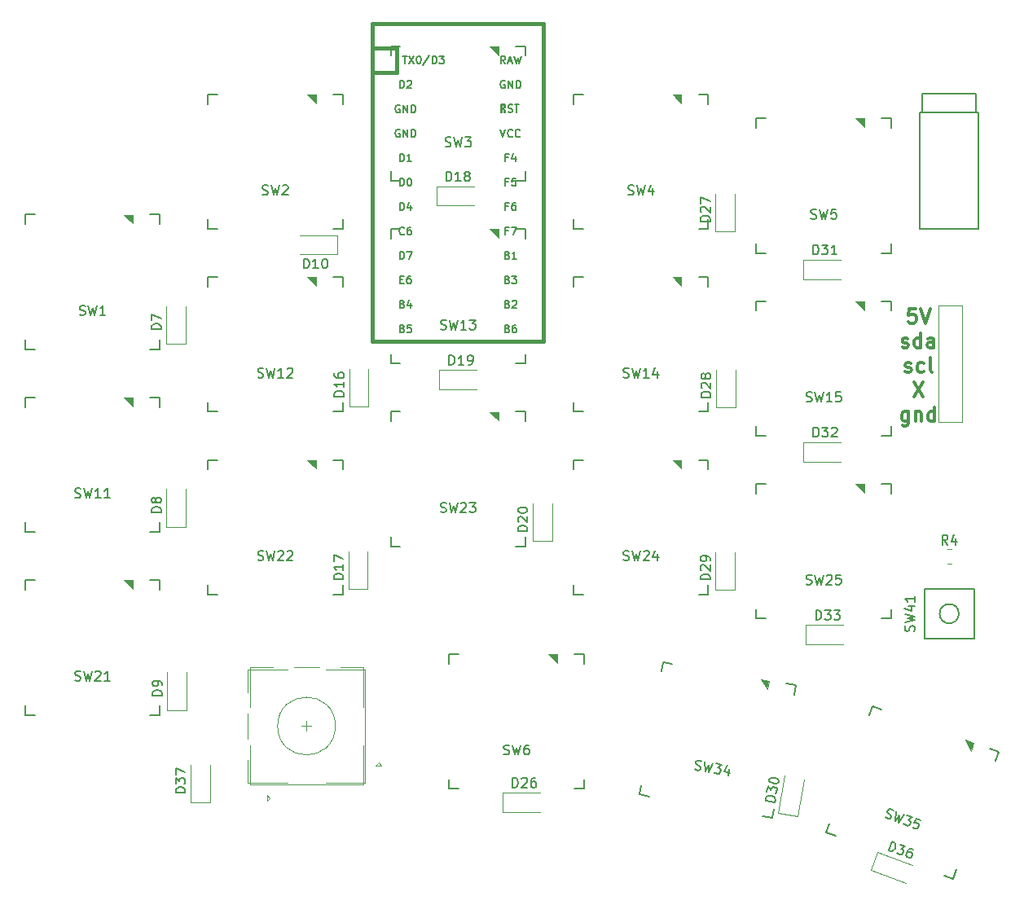
<source format=gbr>
%TF.GenerationSoftware,KiCad,Pcbnew,(5.1.10)-1*%
%TF.CreationDate,2021-11-02T14:07:56-07:00*%
%TF.ProjectId,babykeeb,62616279-6b65-4656-922e-6b696361645f,rev?*%
%TF.SameCoordinates,Original*%
%TF.FileFunction,Legend,Top*%
%TF.FilePolarity,Positive*%
%FSLAX46Y46*%
G04 Gerber Fmt 4.6, Leading zero omitted, Abs format (unit mm)*
G04 Created by KiCad (PCBNEW (5.1.10)-1) date 2021-11-02 14:07:56*
%MOMM*%
%LPD*%
G01*
G04 APERTURE LIST*
%ADD10C,0.300000*%
%ADD11C,0.120000*%
%ADD12C,0.100000*%
%ADD13C,0.150000*%
%ADD14C,0.381000*%
G04 APERTURE END LIST*
D10*
X146557478Y-60819675D02*
X145843193Y-60819675D01*
X145771764Y-61533961D01*
X145843193Y-61462532D01*
X145986050Y-61391104D01*
X146343193Y-61391104D01*
X146486050Y-61462532D01*
X146557478Y-61533961D01*
X146628907Y-61676818D01*
X146628907Y-62033961D01*
X146557478Y-62176818D01*
X146486050Y-62248246D01*
X146343193Y-62319675D01*
X145986050Y-62319675D01*
X145843193Y-62248246D01*
X145771764Y-62176818D01*
X147057478Y-60819675D02*
X147557478Y-62319675D01*
X148057478Y-60819675D01*
X145164621Y-64798246D02*
X145307478Y-64869675D01*
X145593193Y-64869675D01*
X145736050Y-64798246D01*
X145807478Y-64655389D01*
X145807478Y-64583961D01*
X145736050Y-64441104D01*
X145593193Y-64369675D01*
X145378907Y-64369675D01*
X145236050Y-64298246D01*
X145164621Y-64155389D01*
X145164621Y-64083961D01*
X145236050Y-63941104D01*
X145378907Y-63869675D01*
X145593193Y-63869675D01*
X145736050Y-63941104D01*
X147093193Y-64869675D02*
X147093193Y-63369675D01*
X147093193Y-64798246D02*
X146950335Y-64869675D01*
X146664621Y-64869675D01*
X146521764Y-64798246D01*
X146450335Y-64726818D01*
X146378907Y-64583961D01*
X146378907Y-64155389D01*
X146450335Y-64012532D01*
X146521764Y-63941104D01*
X146664621Y-63869675D01*
X146950335Y-63869675D01*
X147093193Y-63941104D01*
X148450335Y-64869675D02*
X148450335Y-64083961D01*
X148378907Y-63941104D01*
X148236050Y-63869675D01*
X147950335Y-63869675D01*
X147807478Y-63941104D01*
X148450335Y-64798246D02*
X148307478Y-64869675D01*
X147950335Y-64869675D01*
X147807478Y-64798246D01*
X147736050Y-64655389D01*
X147736050Y-64512532D01*
X147807478Y-64369675D01*
X147950335Y-64298246D01*
X148307478Y-64298246D01*
X148450335Y-64226818D01*
X145486050Y-67348246D02*
X145628907Y-67419675D01*
X145914621Y-67419675D01*
X146057478Y-67348246D01*
X146128907Y-67205389D01*
X146128907Y-67133961D01*
X146057478Y-66991104D01*
X145914621Y-66919675D01*
X145700335Y-66919675D01*
X145557478Y-66848246D01*
X145486050Y-66705389D01*
X145486050Y-66633961D01*
X145557478Y-66491104D01*
X145700335Y-66419675D01*
X145914621Y-66419675D01*
X146057478Y-66491104D01*
X147414621Y-67348246D02*
X147271764Y-67419675D01*
X146986050Y-67419675D01*
X146843193Y-67348246D01*
X146771764Y-67276818D01*
X146700335Y-67133961D01*
X146700335Y-66705389D01*
X146771764Y-66562532D01*
X146843193Y-66491104D01*
X146986050Y-66419675D01*
X147271764Y-66419675D01*
X147414621Y-66491104D01*
X148271764Y-67419675D02*
X148128907Y-67348246D01*
X148057478Y-67205389D01*
X148057478Y-65919675D01*
X146343193Y-68469675D02*
X147343193Y-69969675D01*
X147343193Y-68469675D02*
X146343193Y-69969675D01*
X145807478Y-71519675D02*
X145807478Y-72733961D01*
X145736050Y-72876818D01*
X145664621Y-72948246D01*
X145521764Y-73019675D01*
X145307478Y-73019675D01*
X145164621Y-72948246D01*
X145807478Y-72448246D02*
X145664621Y-72519675D01*
X145378907Y-72519675D01*
X145236050Y-72448246D01*
X145164621Y-72376818D01*
X145093193Y-72233961D01*
X145093193Y-71805389D01*
X145164621Y-71662532D01*
X145236050Y-71591104D01*
X145378907Y-71519675D01*
X145664621Y-71519675D01*
X145807478Y-71591104D01*
X146521764Y-71519675D02*
X146521764Y-72519675D01*
X146521764Y-71662532D02*
X146593193Y-71591104D01*
X146736050Y-71519675D01*
X146950335Y-71519675D01*
X147093193Y-71591104D01*
X147164621Y-71733961D01*
X147164621Y-72519675D01*
X148521764Y-72519675D02*
X148521764Y-71019675D01*
X148521764Y-72448246D02*
X148378907Y-72519675D01*
X148093193Y-72519675D01*
X147950335Y-72448246D01*
X147878907Y-72376818D01*
X147807478Y-72233961D01*
X147807478Y-71805389D01*
X147878907Y-71662532D01*
X147950335Y-71591104D01*
X148093193Y-71519675D01*
X148378907Y-71519675D01*
X148521764Y-71591104D01*
D11*
%TO.C,SW7*%
X83241593Y-104693404D02*
X83241593Y-103693404D01*
X82741593Y-104193404D02*
X83741593Y-104193404D01*
X86741593Y-98093404D02*
X89141593Y-98093404D01*
X81941593Y-98093404D02*
X84541593Y-98093404D01*
X77341593Y-98093404D02*
X79741593Y-98093404D01*
X79141593Y-111393404D02*
X79441593Y-111693404D01*
X79141593Y-111993404D02*
X79141593Y-111393404D01*
X79441593Y-111693404D02*
X79141593Y-111993404D01*
X77341593Y-110293404D02*
X89141593Y-110293404D01*
X77341593Y-106193404D02*
X77341593Y-110293404D01*
X89141593Y-106193404D02*
X89141593Y-110293404D01*
X89141593Y-98093404D02*
X89141593Y-102193404D01*
X77341593Y-102193404D02*
X77341593Y-98093404D01*
X86241593Y-104193404D02*
G75*
G03*
X86241593Y-104193404I-3000000J0D01*
G01*
D12*
%TO.C,D73*%
G36*
X152274306Y-106799110D02*
G01*
X151736401Y-105645569D01*
X152582124Y-105953387D01*
X152274306Y-106799110D01*
G37*
X152274306Y-106799110D02*
X151736401Y-105645569D01*
X152582124Y-105953387D01*
X152274306Y-106799110D01*
%TO.C,D72*%
G36*
X103197586Y-72446488D02*
G01*
X102297586Y-71546488D01*
X103197586Y-71546488D01*
X103197586Y-72446488D01*
G37*
X103197586Y-72446488D02*
X102297586Y-71546488D01*
X103197586Y-71546488D01*
X103197586Y-72446488D01*
%TO.C,D71*%
G36*
X131155647Y-100382448D02*
G01*
X130425604Y-99339838D01*
X131311931Y-99496121D01*
X131155647Y-100382448D01*
G37*
X131155647Y-100382448D02*
X130425604Y-99339838D01*
X131311931Y-99496121D01*
X131155647Y-100382448D01*
%TO.C,D70*%
G36*
X103197587Y-53446488D02*
G01*
X102297587Y-52546488D01*
X103197587Y-52546488D01*
X103197587Y-53446488D01*
G37*
X103197587Y-53446488D02*
X102297587Y-52546488D01*
X103197587Y-52546488D01*
X103197587Y-53446488D01*
%TO.C,D69*%
G36*
X103197587Y-34446489D02*
G01*
X102297587Y-33546489D01*
X103197587Y-33546489D01*
X103197587Y-34446489D01*
G37*
X103197587Y-34446489D02*
X102297587Y-33546489D01*
X103197587Y-33546489D01*
X103197587Y-34446489D01*
%TO.C,D68*%
G36*
X109278593Y-97634405D02*
G01*
X108378593Y-96734405D01*
X109278593Y-96734405D01*
X109278593Y-97634405D01*
G37*
X109278593Y-97634405D02*
X108378593Y-96734405D01*
X109278593Y-96734405D01*
X109278593Y-97634405D01*
%TO.C,D67*%
G36*
X84197588Y-39446489D02*
G01*
X83297588Y-38546489D01*
X84197588Y-38546489D01*
X84197588Y-39446489D01*
G37*
X84197588Y-39446489D02*
X83297588Y-38546489D01*
X84197588Y-38546489D01*
X84197588Y-39446489D01*
%TO.C,D66*%
G36*
X141197585Y-79946488D02*
G01*
X140297585Y-79046488D01*
X141197585Y-79046488D01*
X141197585Y-79946488D01*
G37*
X141197585Y-79946488D02*
X140297585Y-79046488D01*
X141197585Y-79046488D01*
X141197585Y-79946488D01*
%TO.C,D65*%
G36*
X84197588Y-58446488D02*
G01*
X83297588Y-57546488D01*
X84197588Y-57546488D01*
X84197588Y-58446488D01*
G37*
X84197588Y-58446488D02*
X83297588Y-57546488D01*
X84197588Y-57546488D01*
X84197588Y-58446488D01*
%TO.C,D64*%
G36*
X141197585Y-60946489D02*
G01*
X140297585Y-60046489D01*
X141197585Y-60046489D01*
X141197585Y-60946489D01*
G37*
X141197585Y-60946489D02*
X140297585Y-60046489D01*
X141197585Y-60046489D01*
X141197585Y-60946489D01*
%TO.C,D63*%
G36*
X84197587Y-77446487D02*
G01*
X83297587Y-76546487D01*
X84197587Y-76546487D01*
X84197587Y-77446487D01*
G37*
X84197587Y-77446487D02*
X83297587Y-76546487D01*
X84197587Y-76546487D01*
X84197587Y-77446487D01*
%TO.C,D62*%
G36*
X141197585Y-41946490D02*
G01*
X140297585Y-41046490D01*
X141197585Y-41046490D01*
X141197585Y-41946490D01*
G37*
X141197585Y-41946490D02*
X140297585Y-41046490D01*
X141197585Y-41046490D01*
X141197585Y-41946490D01*
%TO.C,D61*%
G36*
X122197586Y-39446489D02*
G01*
X121297586Y-38546489D01*
X122197586Y-38546489D01*
X122197586Y-39446489D01*
G37*
X122197586Y-39446489D02*
X121297586Y-38546489D01*
X122197586Y-38546489D01*
X122197586Y-39446489D01*
%TO.C,D58*%
G36*
X65197588Y-89946486D02*
G01*
X64297588Y-89046486D01*
X65197588Y-89046486D01*
X65197588Y-89946486D01*
G37*
X65197588Y-89946486D02*
X64297588Y-89046486D01*
X65197588Y-89046486D01*
X65197588Y-89946486D01*
%TO.C,D44*%
G36*
X122197586Y-58446488D02*
G01*
X121297586Y-57546488D01*
X122197586Y-57546488D01*
X122197586Y-58446488D01*
G37*
X122197586Y-58446488D02*
X121297586Y-57546488D01*
X122197586Y-57546488D01*
X122197586Y-58446488D01*
%TO.C,D40*%
G36*
X65197589Y-70946487D02*
G01*
X64297589Y-70046487D01*
X65197589Y-70046487D01*
X65197589Y-70946487D01*
G37*
X65197589Y-70946487D02*
X64297589Y-70046487D01*
X65197589Y-70046487D01*
X65197589Y-70946487D01*
%TO.C,D39*%
G36*
X122197586Y-77446488D02*
G01*
X121297586Y-76546488D01*
X122197586Y-76546488D01*
X122197586Y-77446488D01*
G37*
X122197586Y-77446488D02*
X121297586Y-76546488D01*
X122197586Y-76546488D01*
X122197586Y-77446488D01*
%TO.C,D38*%
G36*
X65197589Y-51946488D02*
G01*
X64297589Y-51046488D01*
X65197589Y-51046488D01*
X65197589Y-51946488D01*
G37*
X65197589Y-51946488D02*
X64297589Y-51046488D01*
X65197589Y-51046488D01*
X65197589Y-51946488D01*
D11*
%TO.C,D37*%
X71192593Y-112158404D02*
X73192593Y-112158404D01*
X73192593Y-112158404D02*
X73192593Y-108258404D01*
X71192593Y-112158404D02*
X71192593Y-108258404D01*
%TO.C,SW42*%
X83741593Y-104193404D02*
X82741593Y-104193404D01*
X83241593Y-104693404D02*
X83241593Y-103693404D01*
X77141593Y-100693404D02*
X77141593Y-98293404D01*
X77141593Y-105493404D02*
X77141593Y-102893404D01*
X77141593Y-110093404D02*
X77141593Y-107693404D01*
X90441593Y-108293404D02*
X90741593Y-107993404D01*
X91041593Y-108293404D02*
X90441593Y-108293404D01*
X90741593Y-107993404D02*
X91041593Y-108293404D01*
X89341593Y-110093404D02*
X89341593Y-98293404D01*
X85241593Y-110093404D02*
X89341593Y-110093404D01*
X85241593Y-98293404D02*
X89341593Y-98293404D01*
X77141593Y-98293404D02*
X81241593Y-98293404D01*
X81241593Y-110093404D02*
X77141593Y-110093404D01*
X86241593Y-104193404D02*
G75*
G03*
X86241593Y-104193404I-3000000J0D01*
G01*
%TO.C,D36*%
X142556305Y-117279666D02*
X141872264Y-119159051D01*
X141872264Y-119159051D02*
X145537066Y-120492930D01*
X142556305Y-117279666D02*
X146221106Y-118613545D01*
%TO.C,D33*%
X135157093Y-93693804D02*
X135157093Y-95693804D01*
X135157093Y-95693804D02*
X139057093Y-95693804D01*
X135157093Y-93693804D02*
X139057093Y-93693804D01*
%TO.C,D32*%
X134877693Y-74694604D02*
X134877693Y-76694604D01*
X134877693Y-76694604D02*
X138777693Y-76694604D01*
X134877693Y-74694604D02*
X138777693Y-74694604D01*
%TO.C,D31*%
X134852293Y-55733504D02*
X134852293Y-57733504D01*
X134852293Y-57733504D02*
X138752293Y-57733504D01*
X134852293Y-55733504D02*
X138752293Y-55733504D01*
%TO.C,D30*%
X132285077Y-113207873D02*
X134254692Y-113555170D01*
X134254692Y-113555170D02*
X134931920Y-109714419D01*
X132285077Y-113207873D02*
X132962305Y-109367123D01*
%TO.C,D29*%
X125739093Y-89996904D02*
X127739093Y-89996904D01*
X127739093Y-89996904D02*
X127739093Y-86096904D01*
X125739093Y-89996904D02*
X125739093Y-86096904D01*
%TO.C,D28*%
X125802593Y-71048504D02*
X127802593Y-71048504D01*
X127802593Y-71048504D02*
X127802593Y-67148504D01*
X125802593Y-71048504D02*
X125802593Y-67148504D01*
%TO.C,D27*%
X125726393Y-52760504D02*
X127726393Y-52760504D01*
X127726393Y-52760504D02*
X127726393Y-48860504D01*
X125726393Y-52760504D02*
X125726393Y-48860504D01*
%TO.C,D26*%
X103622993Y-111118204D02*
X103622993Y-113118204D01*
X103622993Y-113118204D02*
X107522993Y-113118204D01*
X103622993Y-111118204D02*
X107522993Y-111118204D01*
%TO.C,D20*%
X106752593Y-84967704D02*
X108752593Y-84967704D01*
X108752593Y-84967704D02*
X108752593Y-81067704D01*
X106752593Y-84967704D02*
X106752593Y-81067704D01*
%TO.C,D19*%
X97031693Y-67201604D02*
X97031693Y-69201604D01*
X97031693Y-69201604D02*
X100931693Y-69201604D01*
X97031693Y-67201604D02*
X100931693Y-67201604D01*
%TO.C,D18*%
X96726893Y-48100804D02*
X96726893Y-50100804D01*
X96726893Y-50100804D02*
X100626893Y-50100804D01*
X96726893Y-48100804D02*
X100626893Y-48100804D01*
%TO.C,D17*%
X87613693Y-89971504D02*
X89613693Y-89971504D01*
X89613693Y-89971504D02*
X89613693Y-86071504D01*
X87613693Y-89971504D02*
X87613693Y-86071504D01*
%TO.C,D16*%
X87677193Y-70959604D02*
X89677193Y-70959604D01*
X89677193Y-70959604D02*
X89677193Y-67059604D01*
X87677193Y-70959604D02*
X87677193Y-67059604D01*
%TO.C,D10*%
X86418693Y-55168104D02*
X86418693Y-53168104D01*
X86418693Y-53168104D02*
X82518693Y-53168104D01*
X86418693Y-55168104D02*
X82518693Y-55168104D01*
%TO.C,D9*%
X68779593Y-102519104D02*
X70779593Y-102519104D01*
X70779593Y-102519104D02*
X70779593Y-98619104D01*
X68779593Y-102519104D02*
X68779593Y-98619104D01*
%TO.C,D8*%
X68677993Y-83469104D02*
X70677993Y-83469104D01*
X70677993Y-83469104D02*
X70677993Y-79569104D01*
X68677993Y-83469104D02*
X68677993Y-79569104D01*
%TO.C,D7*%
X68665293Y-64457204D02*
X70665293Y-64457204D01*
X70665293Y-64457204D02*
X70665293Y-60557204D01*
X68665293Y-64457204D02*
X68665293Y-60557204D01*
D13*
%TO.C,SW35*%
X150773842Y-119108253D02*
X150431822Y-120047945D01*
X150431822Y-120047945D02*
X149492130Y-119705925D01*
X154280412Y-106550229D02*
X155220104Y-106892249D01*
X141722388Y-103043659D02*
X142064408Y-102103967D01*
X142064408Y-102103967D02*
X143004100Y-102445987D01*
X137276126Y-115259663D02*
X137618146Y-114319971D01*
X138215818Y-115601683D02*
X137276126Y-115259663D01*
X155220104Y-106892249D02*
X154878084Y-107831941D01*
%TO.C,SW34*%
X131815439Y-112765140D02*
X131641791Y-113749948D01*
X131641791Y-113749948D02*
X130656983Y-113576299D01*
X133088058Y-99788991D02*
X134072866Y-99962639D01*
X120111909Y-98516372D02*
X120285557Y-97531564D01*
X120285557Y-97531564D02*
X121270365Y-97705213D01*
X117854482Y-111318873D02*
X118028131Y-110334065D01*
X118839290Y-111492521D02*
X117854482Y-111318873D01*
X134072866Y-99962639D02*
X133899217Y-100947447D01*
%TO.C,SW25*%
X143997585Y-92026487D02*
X143997585Y-93026487D01*
X143997585Y-93026487D02*
X142997585Y-93026487D01*
X142997585Y-79026487D02*
X143997585Y-79026487D01*
X129997585Y-80026487D02*
X129997585Y-79026487D01*
X129997585Y-79026487D02*
X130997585Y-79026487D01*
X129997585Y-93026487D02*
X129997585Y-92026487D01*
X130997585Y-93026487D02*
X129997585Y-93026487D01*
X143997585Y-79026487D02*
X143997585Y-80026487D01*
%TO.C,SW24*%
X124997586Y-89526487D02*
X124997586Y-90526487D01*
X124997586Y-90526487D02*
X123997586Y-90526487D01*
X123997586Y-76526487D02*
X124997586Y-76526487D01*
X110997586Y-77526487D02*
X110997586Y-76526487D01*
X110997586Y-76526487D02*
X111997586Y-76526487D01*
X110997586Y-90526487D02*
X110997586Y-89526487D01*
X111997586Y-90526487D02*
X110997586Y-90526487D01*
X124997586Y-76526487D02*
X124997586Y-77526487D01*
%TO.C,SW23*%
X105997586Y-84526487D02*
X105997586Y-85526487D01*
X105997586Y-85526487D02*
X104997586Y-85526487D01*
X104997586Y-71526487D02*
X105997586Y-71526487D01*
X91997586Y-72526487D02*
X91997586Y-71526487D01*
X91997586Y-71526487D02*
X92997586Y-71526487D01*
X91997586Y-85526487D02*
X91997586Y-84526487D01*
X92997586Y-85526487D02*
X91997586Y-85526487D01*
X105997586Y-71526487D02*
X105997586Y-72526487D01*
%TO.C,SW22*%
X86997587Y-89526486D02*
X86997587Y-90526486D01*
X86997587Y-90526486D02*
X85997587Y-90526486D01*
X85997587Y-76526486D02*
X86997587Y-76526486D01*
X72997587Y-77526486D02*
X72997587Y-76526486D01*
X72997587Y-76526486D02*
X73997587Y-76526486D01*
X72997587Y-90526486D02*
X72997587Y-89526486D01*
X73997587Y-90526486D02*
X72997587Y-90526486D01*
X86997587Y-76526486D02*
X86997587Y-77526486D01*
%TO.C,SW21*%
X67997588Y-102026485D02*
X67997588Y-103026485D01*
X67997588Y-103026485D02*
X66997588Y-103026485D01*
X66997588Y-89026485D02*
X67997588Y-89026485D01*
X53997588Y-90026485D02*
X53997588Y-89026485D01*
X53997588Y-89026485D02*
X54997588Y-89026485D01*
X53997588Y-103026485D02*
X53997588Y-102026485D01*
X54997588Y-103026485D02*
X53997588Y-103026485D01*
X67997588Y-89026485D02*
X67997588Y-90026485D01*
%TO.C,SW15*%
X143997585Y-73026488D02*
X143997585Y-74026488D01*
X143997585Y-74026488D02*
X142997585Y-74026488D01*
X142997585Y-60026488D02*
X143997585Y-60026488D01*
X129997585Y-61026488D02*
X129997585Y-60026488D01*
X129997585Y-60026488D02*
X130997585Y-60026488D01*
X129997585Y-74026488D02*
X129997585Y-73026488D01*
X130997585Y-74026488D02*
X129997585Y-74026488D01*
X143997585Y-60026488D02*
X143997585Y-61026488D01*
%TO.C,SW14*%
X124997586Y-70526487D02*
X124997586Y-71526487D01*
X124997586Y-71526487D02*
X123997586Y-71526487D01*
X123997586Y-57526487D02*
X124997586Y-57526487D01*
X110997586Y-58526487D02*
X110997586Y-57526487D01*
X110997586Y-57526487D02*
X111997586Y-57526487D01*
X110997586Y-71526487D02*
X110997586Y-70526487D01*
X111997586Y-71526487D02*
X110997586Y-71526487D01*
X124997586Y-57526487D02*
X124997586Y-58526487D01*
%TO.C,SW13*%
X105997587Y-65526487D02*
X105997587Y-66526487D01*
X105997587Y-66526487D02*
X104997587Y-66526487D01*
X104997587Y-52526487D02*
X105997587Y-52526487D01*
X91997587Y-53526487D02*
X91997587Y-52526487D01*
X91997587Y-52526487D02*
X92997587Y-52526487D01*
X91997587Y-66526487D02*
X91997587Y-65526487D01*
X92997587Y-66526487D02*
X91997587Y-66526487D01*
X105997587Y-52526487D02*
X105997587Y-53526487D01*
%TO.C,SW12*%
X86997588Y-70526487D02*
X86997588Y-71526487D01*
X86997588Y-71526487D02*
X85997588Y-71526487D01*
X85997588Y-57526487D02*
X86997588Y-57526487D01*
X72997588Y-58526487D02*
X72997588Y-57526487D01*
X72997588Y-57526487D02*
X73997588Y-57526487D01*
X72997588Y-71526487D02*
X72997588Y-70526487D01*
X73997588Y-71526487D02*
X72997588Y-71526487D01*
X86997588Y-57526487D02*
X86997588Y-58526487D01*
%TO.C,SW11*%
X67997589Y-83026486D02*
X67997589Y-84026486D01*
X67997589Y-84026486D02*
X66997589Y-84026486D01*
X66997589Y-70026486D02*
X67997589Y-70026486D01*
X53997589Y-71026486D02*
X53997589Y-70026486D01*
X53997589Y-70026486D02*
X54997589Y-70026486D01*
X53997589Y-84026486D02*
X53997589Y-83026486D01*
X54997589Y-84026486D02*
X53997589Y-84026486D01*
X67997589Y-70026486D02*
X67997589Y-71026486D01*
%TO.C,SW6*%
X112078593Y-109714404D02*
X112078593Y-110714404D01*
X112078593Y-110714404D02*
X111078593Y-110714404D01*
X111078593Y-96714404D02*
X112078593Y-96714404D01*
X98078593Y-97714404D02*
X98078593Y-96714404D01*
X98078593Y-96714404D02*
X99078593Y-96714404D01*
X98078593Y-110714404D02*
X98078593Y-109714404D01*
X99078593Y-110714404D02*
X98078593Y-110714404D01*
X112078593Y-96714404D02*
X112078593Y-97714404D01*
%TO.C,SW5*%
X143997585Y-54026489D02*
X143997585Y-55026489D01*
X143997585Y-55026489D02*
X142997585Y-55026489D01*
X142997585Y-41026489D02*
X143997585Y-41026489D01*
X129997585Y-42026489D02*
X129997585Y-41026489D01*
X129997585Y-41026489D02*
X130997585Y-41026489D01*
X129997585Y-55026489D02*
X129997585Y-54026489D01*
X130997585Y-55026489D02*
X129997585Y-55026489D01*
X143997585Y-41026489D02*
X143997585Y-42026489D01*
%TO.C,SW4*%
X124997586Y-51526488D02*
X124997586Y-52526488D01*
X124997586Y-52526488D02*
X123997586Y-52526488D01*
X123997586Y-38526488D02*
X124997586Y-38526488D01*
X110997586Y-39526488D02*
X110997586Y-38526488D01*
X110997586Y-38526488D02*
X111997586Y-38526488D01*
X110997586Y-52526488D02*
X110997586Y-51526488D01*
X111997586Y-52526488D02*
X110997586Y-52526488D01*
X124997586Y-38526488D02*
X124997586Y-39526488D01*
%TO.C,SW3*%
X105997587Y-46526488D02*
X105997587Y-47526488D01*
X105997587Y-47526488D02*
X104997587Y-47526488D01*
X104997587Y-33526488D02*
X105997587Y-33526488D01*
X91997587Y-34526488D02*
X91997587Y-33526488D01*
X91997587Y-33526488D02*
X92997587Y-33526488D01*
X91997587Y-47526488D02*
X91997587Y-46526488D01*
X92997587Y-47526488D02*
X91997587Y-47526488D01*
X105997587Y-33526488D02*
X105997587Y-34526488D01*
%TO.C,SW2*%
X86997588Y-51526488D02*
X86997588Y-52526488D01*
X86997588Y-52526488D02*
X85997588Y-52526488D01*
X85997588Y-38526488D02*
X86997588Y-38526488D01*
X72997588Y-39526488D02*
X72997588Y-38526488D01*
X72997588Y-38526488D02*
X73997588Y-38526488D01*
X72997588Y-52526488D02*
X72997588Y-51526488D01*
X73997588Y-52526488D02*
X72997588Y-52526488D01*
X86997588Y-38526488D02*
X86997588Y-39526488D01*
%TO.C,SW1*%
X67997589Y-64026487D02*
X67997589Y-65026487D01*
X67997589Y-65026487D02*
X66997589Y-65026487D01*
X66997589Y-51026487D02*
X67997589Y-51026487D01*
X53997589Y-52026487D02*
X53997589Y-51026487D01*
X53997589Y-51026487D02*
X54997589Y-51026487D01*
X53997589Y-65026487D02*
X53997589Y-64026487D01*
X54997589Y-65026487D02*
X53997589Y-65026487D01*
X67997589Y-51026487D02*
X67997589Y-52026487D01*
D11*
%TO.C,J1*%
X148913593Y-60501404D02*
X151413593Y-60501404D01*
X151413593Y-60501404D02*
X151413593Y-60701404D01*
X148913593Y-72601404D02*
X148913593Y-60501404D01*
X151413593Y-60701404D02*
X151413593Y-72601404D01*
X151413593Y-72601404D02*
X148913593Y-72601404D01*
D13*
%TO.C,U3*%
X153093593Y-40439404D02*
X146993593Y-40439404D01*
X153093593Y-52539404D02*
X146993593Y-52539404D01*
X153093593Y-40439404D02*
X153093593Y-52539404D01*
X146993593Y-40439404D02*
X146993593Y-52539404D01*
X152843593Y-40439404D02*
X152843593Y-38439404D01*
X147243593Y-40439404D02*
X147243593Y-38439404D01*
X152843593Y-38439404D02*
X147243593Y-38439404D01*
D14*
%TO.C,U1*%
X90099593Y-33708404D02*
X90099593Y-64188404D01*
X90099593Y-64188404D02*
X107879593Y-64188404D01*
X107879593Y-64188404D02*
X107879593Y-33708404D01*
X92639593Y-33708404D02*
X92639593Y-36248404D01*
X92639593Y-36248404D02*
X90099593Y-36248404D01*
D13*
G36*
X103921161Y-39587764D02*
G01*
X103921161Y-39887764D01*
X103821161Y-39887764D01*
X103821161Y-39587764D01*
X103921161Y-39587764D01*
G37*
X103921161Y-39587764D02*
X103921161Y-39887764D01*
X103821161Y-39887764D01*
X103821161Y-39587764D01*
X103921161Y-39587764D01*
G36*
X103721161Y-39987764D02*
G01*
X103721161Y-40087764D01*
X103621161Y-40087764D01*
X103621161Y-39987764D01*
X103721161Y-39987764D01*
G37*
X103721161Y-39987764D02*
X103721161Y-40087764D01*
X103621161Y-40087764D01*
X103621161Y-39987764D01*
X103721161Y-39987764D01*
G36*
X103921161Y-39587764D02*
G01*
X103921161Y-39687764D01*
X103421161Y-39687764D01*
X103421161Y-39587764D01*
X103921161Y-39587764D01*
G37*
X103921161Y-39587764D02*
X103921161Y-39687764D01*
X103421161Y-39687764D01*
X103421161Y-39587764D01*
X103921161Y-39587764D01*
G36*
X103521161Y-39587764D02*
G01*
X103521161Y-40387764D01*
X103421161Y-40387764D01*
X103421161Y-39587764D01*
X103521161Y-39587764D01*
G37*
X103521161Y-39587764D02*
X103521161Y-40387764D01*
X103421161Y-40387764D01*
X103421161Y-39587764D01*
X103521161Y-39587764D01*
G36*
X103921161Y-40187764D02*
G01*
X103921161Y-40387764D01*
X103821161Y-40387764D01*
X103821161Y-40187764D01*
X103921161Y-40187764D01*
G37*
X103921161Y-40187764D02*
X103921161Y-40387764D01*
X103821161Y-40387764D01*
X103821161Y-40187764D01*
X103921161Y-40187764D01*
D14*
X107879593Y-33708404D02*
X107879593Y-31168404D01*
X107879593Y-31168404D02*
X90099593Y-31168404D01*
X90099593Y-31168404D02*
X90099593Y-33708404D01*
X92639593Y-33708404D02*
X90099593Y-33708404D01*
D13*
%TO.C,SW41*%
X151043593Y-92509404D02*
G75*
G03*
X151043593Y-92509404I-1000000J0D01*
G01*
X147443593Y-89909404D02*
X152643593Y-89909404D01*
X147443593Y-95109404D02*
X147443593Y-89909404D01*
X152643593Y-95109404D02*
X147443593Y-95109404D01*
X152643593Y-89909404D02*
X152643593Y-95109404D01*
D11*
%TO.C,R4*%
X149816529Y-85805404D02*
X150270657Y-85805404D01*
X149816529Y-87275404D02*
X150270657Y-87275404D01*
%TO.C,D37*%
D13*
X70644973Y-111122689D02*
X69644973Y-111122689D01*
X69644973Y-110884594D01*
X69692593Y-110741737D01*
X69787831Y-110646499D01*
X69883069Y-110598880D01*
X70073545Y-110551261D01*
X70216402Y-110551261D01*
X70406878Y-110598880D01*
X70502116Y-110646499D01*
X70597354Y-110741737D01*
X70644973Y-110884594D01*
X70644973Y-111122689D01*
X69644973Y-110217927D02*
X69644973Y-109598880D01*
X70025926Y-109932213D01*
X70025926Y-109789356D01*
X70073545Y-109694118D01*
X70121164Y-109646499D01*
X70216402Y-109598880D01*
X70454497Y-109598880D01*
X70549735Y-109646499D01*
X70597354Y-109694118D01*
X70644973Y-109789356D01*
X70644973Y-110075070D01*
X70597354Y-110170308D01*
X70549735Y-110217927D01*
X69644973Y-109265546D02*
X69644973Y-108598880D01*
X70644973Y-109027451D01*
%TO.C,D36*%
X143716854Y-117119307D02*
X144058874Y-116179615D01*
X144282610Y-116261048D01*
X144400565Y-116354655D01*
X144457487Y-116476723D01*
X144469660Y-116582504D01*
X144449261Y-116777780D01*
X144400401Y-116912022D01*
X144290507Y-117074724D01*
X144213186Y-117147932D01*
X144091119Y-117204853D01*
X143940590Y-117200741D01*
X143716854Y-117119307D01*
X144909072Y-116489062D02*
X145490786Y-116700788D01*
X145047262Y-116944760D01*
X145181504Y-116993620D01*
X145254712Y-117070940D01*
X145283172Y-117131974D01*
X145295346Y-117237756D01*
X145213913Y-117461492D01*
X145136592Y-117534700D01*
X145075558Y-117563160D01*
X144969777Y-117575334D01*
X144701294Y-117477614D01*
X144628086Y-117400294D01*
X144599625Y-117339260D01*
X146296237Y-116993948D02*
X146117248Y-116928802D01*
X146011467Y-116940976D01*
X145950433Y-116969436D01*
X145812079Y-117071105D01*
X145702185Y-117233807D01*
X145571891Y-117591785D01*
X145584065Y-117697566D01*
X145612526Y-117758600D01*
X145685734Y-117835921D01*
X145864723Y-117901068D01*
X145970504Y-117888894D01*
X146031538Y-117860433D01*
X146108858Y-117787225D01*
X146190292Y-117563489D01*
X146178118Y-117457708D01*
X146149657Y-117396674D01*
X146076449Y-117319353D01*
X145897460Y-117254207D01*
X145791679Y-117266380D01*
X145730645Y-117294841D01*
X145653325Y-117368049D01*
%TO.C,D33*%
X136192807Y-93146184D02*
X136192807Y-92146184D01*
X136430902Y-92146184D01*
X136573759Y-92193804D01*
X136668997Y-92289042D01*
X136716616Y-92384280D01*
X136764235Y-92574756D01*
X136764235Y-92717613D01*
X136716616Y-92908089D01*
X136668997Y-93003327D01*
X136573759Y-93098565D01*
X136430902Y-93146184D01*
X136192807Y-93146184D01*
X137097569Y-92146184D02*
X137716616Y-92146184D01*
X137383283Y-92527137D01*
X137526140Y-92527137D01*
X137621378Y-92574756D01*
X137668997Y-92622375D01*
X137716616Y-92717613D01*
X137716616Y-92955708D01*
X137668997Y-93050946D01*
X137621378Y-93098565D01*
X137526140Y-93146184D01*
X137240426Y-93146184D01*
X137145188Y-93098565D01*
X137097569Y-93050946D01*
X138049950Y-92146184D02*
X138668997Y-92146184D01*
X138335664Y-92527137D01*
X138478521Y-92527137D01*
X138573759Y-92574756D01*
X138621378Y-92622375D01*
X138668997Y-92717613D01*
X138668997Y-92955708D01*
X138621378Y-93050946D01*
X138573759Y-93098565D01*
X138478521Y-93146184D01*
X138192807Y-93146184D01*
X138097569Y-93098565D01*
X138049950Y-93050946D01*
%TO.C,D32*%
X135913407Y-74146984D02*
X135913407Y-73146984D01*
X136151502Y-73146984D01*
X136294359Y-73194604D01*
X136389597Y-73289842D01*
X136437216Y-73385080D01*
X136484835Y-73575556D01*
X136484835Y-73718413D01*
X136437216Y-73908889D01*
X136389597Y-74004127D01*
X136294359Y-74099365D01*
X136151502Y-74146984D01*
X135913407Y-74146984D01*
X136818169Y-73146984D02*
X137437216Y-73146984D01*
X137103883Y-73527937D01*
X137246740Y-73527937D01*
X137341978Y-73575556D01*
X137389597Y-73623175D01*
X137437216Y-73718413D01*
X137437216Y-73956508D01*
X137389597Y-74051746D01*
X137341978Y-74099365D01*
X137246740Y-74146984D01*
X136961026Y-74146984D01*
X136865788Y-74099365D01*
X136818169Y-74051746D01*
X137818169Y-73242223D02*
X137865788Y-73194604D01*
X137961026Y-73146984D01*
X138199121Y-73146984D01*
X138294359Y-73194604D01*
X138341978Y-73242223D01*
X138389597Y-73337461D01*
X138389597Y-73432699D01*
X138341978Y-73575556D01*
X137770550Y-74146984D01*
X138389597Y-74146984D01*
%TO.C,D31*%
X135888007Y-55185884D02*
X135888007Y-54185884D01*
X136126102Y-54185884D01*
X136268959Y-54233504D01*
X136364197Y-54328742D01*
X136411816Y-54423980D01*
X136459435Y-54614456D01*
X136459435Y-54757313D01*
X136411816Y-54947789D01*
X136364197Y-55043027D01*
X136268959Y-55138265D01*
X136126102Y-55185884D01*
X135888007Y-55185884D01*
X136792769Y-54185884D02*
X137411816Y-54185884D01*
X137078483Y-54566837D01*
X137221340Y-54566837D01*
X137316578Y-54614456D01*
X137364197Y-54662075D01*
X137411816Y-54757313D01*
X137411816Y-54995408D01*
X137364197Y-55090646D01*
X137316578Y-55138265D01*
X137221340Y-55185884D01*
X136935626Y-55185884D01*
X136840388Y-55138265D01*
X136792769Y-55090646D01*
X138364197Y-55185884D02*
X137792769Y-55185884D01*
X138078483Y-55185884D02*
X138078483Y-54185884D01*
X137983245Y-54328742D01*
X137888007Y-54423980D01*
X137792769Y-54471599D01*
%TO.C,D30*%
X131925626Y-112092801D02*
X130940819Y-111919152D01*
X130982163Y-111684674D01*
X131053866Y-111552257D01*
X131164195Y-111475003D01*
X131266255Y-111444646D01*
X131462107Y-111430826D01*
X131602793Y-111455633D01*
X131782107Y-111535604D01*
X131867629Y-111599038D01*
X131944882Y-111709367D01*
X131966971Y-111858323D01*
X131925626Y-112092801D01*
X131097929Y-111028136D02*
X131205425Y-110418493D01*
X131522707Y-110812914D01*
X131547514Y-110672227D01*
X131610948Y-110586705D01*
X131666112Y-110548078D01*
X131768173Y-110517721D01*
X132002651Y-110559065D01*
X132088173Y-110622499D01*
X132126799Y-110677663D01*
X132157157Y-110779724D01*
X132107543Y-111061097D01*
X132044110Y-111146620D01*
X131988945Y-111185246D01*
X131312922Y-109808850D02*
X131329460Y-109715059D01*
X131392893Y-109629537D01*
X131448058Y-109590910D01*
X131550118Y-109560552D01*
X131745969Y-109546733D01*
X131980447Y-109588077D01*
X132159761Y-109668049D01*
X132245283Y-109731482D01*
X132283910Y-109786647D01*
X132314267Y-109888707D01*
X132297730Y-109982498D01*
X132234296Y-110068021D01*
X132179131Y-110106647D01*
X132077071Y-110137005D01*
X131881220Y-110150825D01*
X131646742Y-110109480D01*
X131467428Y-110029508D01*
X131381906Y-109966075D01*
X131343279Y-109910910D01*
X131312922Y-109808850D01*
%TO.C,D29*%
X125191473Y-88961189D02*
X124191473Y-88961189D01*
X124191473Y-88723094D01*
X124239093Y-88580237D01*
X124334331Y-88484999D01*
X124429569Y-88437380D01*
X124620045Y-88389761D01*
X124762902Y-88389761D01*
X124953378Y-88437380D01*
X125048616Y-88484999D01*
X125143854Y-88580237D01*
X125191473Y-88723094D01*
X125191473Y-88961189D01*
X124286712Y-88008808D02*
X124239093Y-87961189D01*
X124191473Y-87865951D01*
X124191473Y-87627856D01*
X124239093Y-87532618D01*
X124286712Y-87484999D01*
X124381950Y-87437380D01*
X124477188Y-87437380D01*
X124620045Y-87484999D01*
X125191473Y-88056427D01*
X125191473Y-87437380D01*
X125191473Y-86961189D02*
X125191473Y-86770713D01*
X125143854Y-86675475D01*
X125096235Y-86627856D01*
X124953378Y-86532618D01*
X124762902Y-86484999D01*
X124381950Y-86484999D01*
X124286712Y-86532618D01*
X124239093Y-86580237D01*
X124191473Y-86675475D01*
X124191473Y-86865951D01*
X124239093Y-86961189D01*
X124286712Y-87008808D01*
X124381950Y-87056427D01*
X124620045Y-87056427D01*
X124715283Y-87008808D01*
X124762902Y-86961189D01*
X124810521Y-86865951D01*
X124810521Y-86675475D01*
X124762902Y-86580237D01*
X124715283Y-86532618D01*
X124620045Y-86484999D01*
%TO.C,D28*%
X125254973Y-70012789D02*
X124254973Y-70012789D01*
X124254973Y-69774694D01*
X124302593Y-69631837D01*
X124397831Y-69536599D01*
X124493069Y-69488980D01*
X124683545Y-69441361D01*
X124826402Y-69441361D01*
X125016878Y-69488980D01*
X125112116Y-69536599D01*
X125207354Y-69631837D01*
X125254973Y-69774694D01*
X125254973Y-70012789D01*
X124350212Y-69060408D02*
X124302593Y-69012789D01*
X124254973Y-68917551D01*
X124254973Y-68679456D01*
X124302593Y-68584218D01*
X124350212Y-68536599D01*
X124445450Y-68488980D01*
X124540688Y-68488980D01*
X124683545Y-68536599D01*
X125254973Y-69108027D01*
X125254973Y-68488980D01*
X124683545Y-67917551D02*
X124635926Y-68012789D01*
X124588307Y-68060408D01*
X124493069Y-68108027D01*
X124445450Y-68108027D01*
X124350212Y-68060408D01*
X124302593Y-68012789D01*
X124254973Y-67917551D01*
X124254973Y-67727075D01*
X124302593Y-67631837D01*
X124350212Y-67584218D01*
X124445450Y-67536599D01*
X124493069Y-67536599D01*
X124588307Y-67584218D01*
X124635926Y-67631837D01*
X124683545Y-67727075D01*
X124683545Y-67917551D01*
X124731164Y-68012789D01*
X124778783Y-68060408D01*
X124874021Y-68108027D01*
X125064497Y-68108027D01*
X125159735Y-68060408D01*
X125207354Y-68012789D01*
X125254973Y-67917551D01*
X125254973Y-67727075D01*
X125207354Y-67631837D01*
X125159735Y-67584218D01*
X125064497Y-67536599D01*
X124874021Y-67536599D01*
X124778783Y-67584218D01*
X124731164Y-67631837D01*
X124683545Y-67727075D01*
%TO.C,D27*%
X125178773Y-51724789D02*
X124178773Y-51724789D01*
X124178773Y-51486694D01*
X124226393Y-51343837D01*
X124321631Y-51248599D01*
X124416869Y-51200980D01*
X124607345Y-51153361D01*
X124750202Y-51153361D01*
X124940678Y-51200980D01*
X125035916Y-51248599D01*
X125131154Y-51343837D01*
X125178773Y-51486694D01*
X125178773Y-51724789D01*
X124274012Y-50772408D02*
X124226393Y-50724789D01*
X124178773Y-50629551D01*
X124178773Y-50391456D01*
X124226393Y-50296218D01*
X124274012Y-50248599D01*
X124369250Y-50200980D01*
X124464488Y-50200980D01*
X124607345Y-50248599D01*
X125178773Y-50820027D01*
X125178773Y-50200980D01*
X124178773Y-49867646D02*
X124178773Y-49200980D01*
X125178773Y-49629551D01*
%TO.C,D26*%
X104658707Y-110570584D02*
X104658707Y-109570584D01*
X104896802Y-109570584D01*
X105039659Y-109618204D01*
X105134897Y-109713442D01*
X105182516Y-109808680D01*
X105230135Y-109999156D01*
X105230135Y-110142013D01*
X105182516Y-110332489D01*
X105134897Y-110427727D01*
X105039659Y-110522965D01*
X104896802Y-110570584D01*
X104658707Y-110570584D01*
X105611088Y-109665823D02*
X105658707Y-109618204D01*
X105753945Y-109570584D01*
X105992040Y-109570584D01*
X106087278Y-109618204D01*
X106134897Y-109665823D01*
X106182516Y-109761061D01*
X106182516Y-109856299D01*
X106134897Y-109999156D01*
X105563469Y-110570584D01*
X106182516Y-110570584D01*
X107039659Y-109570584D02*
X106849183Y-109570584D01*
X106753945Y-109618204D01*
X106706326Y-109665823D01*
X106611088Y-109808680D01*
X106563469Y-109999156D01*
X106563469Y-110380108D01*
X106611088Y-110475346D01*
X106658707Y-110522965D01*
X106753945Y-110570584D01*
X106944421Y-110570584D01*
X107039659Y-110522965D01*
X107087278Y-110475346D01*
X107134897Y-110380108D01*
X107134897Y-110142013D01*
X107087278Y-110046775D01*
X107039659Y-109999156D01*
X106944421Y-109951537D01*
X106753945Y-109951537D01*
X106658707Y-109999156D01*
X106611088Y-110046775D01*
X106563469Y-110142013D01*
%TO.C,D20*%
X106204973Y-83931989D02*
X105204973Y-83931989D01*
X105204973Y-83693894D01*
X105252593Y-83551037D01*
X105347831Y-83455799D01*
X105443069Y-83408180D01*
X105633545Y-83360561D01*
X105776402Y-83360561D01*
X105966878Y-83408180D01*
X106062116Y-83455799D01*
X106157354Y-83551037D01*
X106204973Y-83693894D01*
X106204973Y-83931989D01*
X105300212Y-82979608D02*
X105252593Y-82931989D01*
X105204973Y-82836751D01*
X105204973Y-82598656D01*
X105252593Y-82503418D01*
X105300212Y-82455799D01*
X105395450Y-82408180D01*
X105490688Y-82408180D01*
X105633545Y-82455799D01*
X106204973Y-83027227D01*
X106204973Y-82408180D01*
X105204973Y-81789132D02*
X105204973Y-81693894D01*
X105252593Y-81598656D01*
X105300212Y-81551037D01*
X105395450Y-81503418D01*
X105585926Y-81455799D01*
X105824021Y-81455799D01*
X106014497Y-81503418D01*
X106109735Y-81551037D01*
X106157354Y-81598656D01*
X106204973Y-81693894D01*
X106204973Y-81789132D01*
X106157354Y-81884370D01*
X106109735Y-81931989D01*
X106014497Y-81979608D01*
X105824021Y-82027227D01*
X105585926Y-82027227D01*
X105395450Y-81979608D01*
X105300212Y-81931989D01*
X105252593Y-81884370D01*
X105204973Y-81789132D01*
%TO.C,D19*%
X98067407Y-66653984D02*
X98067407Y-65653984D01*
X98305502Y-65653984D01*
X98448359Y-65701604D01*
X98543597Y-65796842D01*
X98591216Y-65892080D01*
X98638835Y-66082556D01*
X98638835Y-66225413D01*
X98591216Y-66415889D01*
X98543597Y-66511127D01*
X98448359Y-66606365D01*
X98305502Y-66653984D01*
X98067407Y-66653984D01*
X99591216Y-66653984D02*
X99019788Y-66653984D01*
X99305502Y-66653984D02*
X99305502Y-65653984D01*
X99210264Y-65796842D01*
X99115026Y-65892080D01*
X99019788Y-65939699D01*
X100067407Y-66653984D02*
X100257883Y-66653984D01*
X100353121Y-66606365D01*
X100400740Y-66558746D01*
X100495978Y-66415889D01*
X100543597Y-66225413D01*
X100543597Y-65844461D01*
X100495978Y-65749223D01*
X100448359Y-65701604D01*
X100353121Y-65653984D01*
X100162645Y-65653984D01*
X100067407Y-65701604D01*
X100019788Y-65749223D01*
X99972169Y-65844461D01*
X99972169Y-66082556D01*
X100019788Y-66177794D01*
X100067407Y-66225413D01*
X100162645Y-66273032D01*
X100353121Y-66273032D01*
X100448359Y-66225413D01*
X100495978Y-66177794D01*
X100543597Y-66082556D01*
%TO.C,D18*%
X97762607Y-47553184D02*
X97762607Y-46553184D01*
X98000702Y-46553184D01*
X98143559Y-46600804D01*
X98238797Y-46696042D01*
X98286416Y-46791280D01*
X98334035Y-46981756D01*
X98334035Y-47124613D01*
X98286416Y-47315089D01*
X98238797Y-47410327D01*
X98143559Y-47505565D01*
X98000702Y-47553184D01*
X97762607Y-47553184D01*
X99286416Y-47553184D02*
X98714988Y-47553184D01*
X99000702Y-47553184D02*
X99000702Y-46553184D01*
X98905464Y-46696042D01*
X98810226Y-46791280D01*
X98714988Y-46838899D01*
X99857845Y-46981756D02*
X99762607Y-46934137D01*
X99714988Y-46886518D01*
X99667369Y-46791280D01*
X99667369Y-46743661D01*
X99714988Y-46648423D01*
X99762607Y-46600804D01*
X99857845Y-46553184D01*
X100048321Y-46553184D01*
X100143559Y-46600804D01*
X100191178Y-46648423D01*
X100238797Y-46743661D01*
X100238797Y-46791280D01*
X100191178Y-46886518D01*
X100143559Y-46934137D01*
X100048321Y-46981756D01*
X99857845Y-46981756D01*
X99762607Y-47029375D01*
X99714988Y-47076994D01*
X99667369Y-47172232D01*
X99667369Y-47362708D01*
X99714988Y-47457946D01*
X99762607Y-47505565D01*
X99857845Y-47553184D01*
X100048321Y-47553184D01*
X100143559Y-47505565D01*
X100191178Y-47457946D01*
X100238797Y-47362708D01*
X100238797Y-47172232D01*
X100191178Y-47076994D01*
X100143559Y-47029375D01*
X100048321Y-46981756D01*
%TO.C,D17*%
X87066073Y-88935789D02*
X86066073Y-88935789D01*
X86066073Y-88697694D01*
X86113693Y-88554837D01*
X86208931Y-88459599D01*
X86304169Y-88411980D01*
X86494645Y-88364361D01*
X86637502Y-88364361D01*
X86827978Y-88411980D01*
X86923216Y-88459599D01*
X87018454Y-88554837D01*
X87066073Y-88697694D01*
X87066073Y-88935789D01*
X87066073Y-87411980D02*
X87066073Y-87983408D01*
X87066073Y-87697694D02*
X86066073Y-87697694D01*
X86208931Y-87792932D01*
X86304169Y-87888170D01*
X86351788Y-87983408D01*
X86066073Y-87078646D02*
X86066073Y-86411980D01*
X87066073Y-86840551D01*
%TO.C,D16*%
X87129573Y-69923889D02*
X86129573Y-69923889D01*
X86129573Y-69685794D01*
X86177193Y-69542937D01*
X86272431Y-69447699D01*
X86367669Y-69400080D01*
X86558145Y-69352461D01*
X86701002Y-69352461D01*
X86891478Y-69400080D01*
X86986716Y-69447699D01*
X87081954Y-69542937D01*
X87129573Y-69685794D01*
X87129573Y-69923889D01*
X87129573Y-68400080D02*
X87129573Y-68971508D01*
X87129573Y-68685794D02*
X86129573Y-68685794D01*
X86272431Y-68781032D01*
X86367669Y-68876270D01*
X86415288Y-68971508D01*
X86129573Y-67542937D02*
X86129573Y-67733413D01*
X86177193Y-67828651D01*
X86224812Y-67876270D01*
X86367669Y-67971508D01*
X86558145Y-68019127D01*
X86939097Y-68019127D01*
X87034335Y-67971508D01*
X87081954Y-67923889D01*
X87129573Y-67828651D01*
X87129573Y-67638175D01*
X87081954Y-67542937D01*
X87034335Y-67495318D01*
X86939097Y-67447699D01*
X86701002Y-67447699D01*
X86605764Y-67495318D01*
X86558145Y-67542937D01*
X86510526Y-67638175D01*
X86510526Y-67828651D01*
X86558145Y-67923889D01*
X86605764Y-67971508D01*
X86701002Y-68019127D01*
%TO.C,D10*%
X82954407Y-56620484D02*
X82954407Y-55620484D01*
X83192502Y-55620484D01*
X83335359Y-55668104D01*
X83430597Y-55763342D01*
X83478216Y-55858580D01*
X83525835Y-56049056D01*
X83525835Y-56191913D01*
X83478216Y-56382389D01*
X83430597Y-56477627D01*
X83335359Y-56572865D01*
X83192502Y-56620484D01*
X82954407Y-56620484D01*
X84478216Y-56620484D02*
X83906788Y-56620484D01*
X84192502Y-56620484D02*
X84192502Y-55620484D01*
X84097264Y-55763342D01*
X84002026Y-55858580D01*
X83906788Y-55906199D01*
X85097264Y-55620484D02*
X85192502Y-55620484D01*
X85287740Y-55668104D01*
X85335359Y-55715723D01*
X85382978Y-55810961D01*
X85430597Y-56001437D01*
X85430597Y-56239532D01*
X85382978Y-56430008D01*
X85335359Y-56525246D01*
X85287740Y-56572865D01*
X85192502Y-56620484D01*
X85097264Y-56620484D01*
X85002026Y-56572865D01*
X84954407Y-56525246D01*
X84906788Y-56430008D01*
X84859169Y-56239532D01*
X84859169Y-56001437D01*
X84906788Y-55810961D01*
X84954407Y-55715723D01*
X85002026Y-55668104D01*
X85097264Y-55620484D01*
%TO.C,D9*%
X68231973Y-101007199D02*
X67231973Y-101007199D01*
X67231973Y-100769104D01*
X67279593Y-100626246D01*
X67374831Y-100531008D01*
X67470069Y-100483389D01*
X67660545Y-100435770D01*
X67803402Y-100435770D01*
X67993878Y-100483389D01*
X68089116Y-100531008D01*
X68184354Y-100626246D01*
X68231973Y-100769104D01*
X68231973Y-101007199D01*
X68231973Y-99959580D02*
X68231973Y-99769104D01*
X68184354Y-99673865D01*
X68136735Y-99626246D01*
X67993878Y-99531008D01*
X67803402Y-99483389D01*
X67422450Y-99483389D01*
X67327212Y-99531008D01*
X67279593Y-99578627D01*
X67231973Y-99673865D01*
X67231973Y-99864342D01*
X67279593Y-99959580D01*
X67327212Y-100007199D01*
X67422450Y-100054818D01*
X67660545Y-100054818D01*
X67755783Y-100007199D01*
X67803402Y-99959580D01*
X67851021Y-99864342D01*
X67851021Y-99673865D01*
X67803402Y-99578627D01*
X67755783Y-99531008D01*
X67660545Y-99483389D01*
%TO.C,D8*%
X68130373Y-81957199D02*
X67130373Y-81957199D01*
X67130373Y-81719104D01*
X67177993Y-81576246D01*
X67273231Y-81481008D01*
X67368469Y-81433389D01*
X67558945Y-81385770D01*
X67701802Y-81385770D01*
X67892278Y-81433389D01*
X67987516Y-81481008D01*
X68082754Y-81576246D01*
X68130373Y-81719104D01*
X68130373Y-81957199D01*
X67558945Y-80814342D02*
X67511326Y-80909580D01*
X67463707Y-80957199D01*
X67368469Y-81004818D01*
X67320850Y-81004818D01*
X67225612Y-80957199D01*
X67177993Y-80909580D01*
X67130373Y-80814342D01*
X67130373Y-80623865D01*
X67177993Y-80528627D01*
X67225612Y-80481008D01*
X67320850Y-80433389D01*
X67368469Y-80433389D01*
X67463707Y-80481008D01*
X67511326Y-80528627D01*
X67558945Y-80623865D01*
X67558945Y-80814342D01*
X67606564Y-80909580D01*
X67654183Y-80957199D01*
X67749421Y-81004818D01*
X67939897Y-81004818D01*
X68035135Y-80957199D01*
X68082754Y-80909580D01*
X68130373Y-80814342D01*
X68130373Y-80623865D01*
X68082754Y-80528627D01*
X68035135Y-80481008D01*
X67939897Y-80433389D01*
X67749421Y-80433389D01*
X67654183Y-80481008D01*
X67606564Y-80528627D01*
X67558945Y-80623865D01*
%TO.C,D7*%
X68117673Y-62945299D02*
X67117673Y-62945299D01*
X67117673Y-62707204D01*
X67165293Y-62564346D01*
X67260531Y-62469108D01*
X67355769Y-62421489D01*
X67546245Y-62373870D01*
X67689102Y-62373870D01*
X67879578Y-62421489D01*
X67974816Y-62469108D01*
X68070054Y-62564346D01*
X68117673Y-62707204D01*
X68117673Y-62945299D01*
X67117673Y-62040537D02*
X67117673Y-61373870D01*
X68117673Y-61802442D01*
%TO.C,SW35*%
X143383222Y-113656492D02*
X143501177Y-113750099D01*
X143724913Y-113831532D01*
X143830694Y-113819358D01*
X143891728Y-113790898D01*
X143969049Y-113717690D01*
X144001622Y-113628195D01*
X143989448Y-113522414D01*
X143960988Y-113461380D01*
X143887780Y-113384060D01*
X143725077Y-113274166D01*
X143651870Y-113196845D01*
X143623409Y-113135811D01*
X143611235Y-113030030D01*
X143643808Y-112940535D01*
X143721129Y-112867328D01*
X143782163Y-112838867D01*
X143887944Y-112826693D01*
X144111680Y-112908126D01*
X144229636Y-113001734D01*
X144559153Y-113070993D02*
X144440869Y-114092119D01*
X144864159Y-113486057D01*
X144798847Y-114222413D01*
X145364604Y-113364153D01*
X145633088Y-113461873D02*
X146214802Y-113673600D01*
X145771278Y-113917571D01*
X145905520Y-113966431D01*
X145978727Y-114043752D01*
X146007188Y-114104786D01*
X146019362Y-114210567D01*
X145937929Y-114434304D01*
X145860608Y-114507511D01*
X145799574Y-114535972D01*
X145693793Y-114548146D01*
X145425309Y-114450426D01*
X145352101Y-114373105D01*
X145323641Y-114312071D01*
X147065000Y-113983047D02*
X146617527Y-113820180D01*
X146409913Y-114251366D01*
X146470947Y-114222906D01*
X146576729Y-114210732D01*
X146800465Y-114292165D01*
X146873673Y-114369486D01*
X146902133Y-114430520D01*
X146914307Y-114536301D01*
X146832874Y-114760037D01*
X146755553Y-114833245D01*
X146694519Y-114861706D01*
X146588738Y-114873879D01*
X146365002Y-114792446D01*
X146291794Y-114715125D01*
X146263333Y-114654092D01*
%TO.C,SW34*%
X123590409Y-108679571D02*
X123722827Y-108751273D01*
X123957305Y-108792618D01*
X124059365Y-108762260D01*
X124114530Y-108723634D01*
X124177963Y-108638111D01*
X124194501Y-108544320D01*
X124164144Y-108442260D01*
X124125517Y-108387095D01*
X124039995Y-108323662D01*
X123860681Y-108243690D01*
X123775159Y-108180257D01*
X123736532Y-108125092D01*
X123706175Y-108023032D01*
X123722713Y-107929241D01*
X123786146Y-107843719D01*
X123841311Y-107805092D01*
X123943371Y-107774734D01*
X124177849Y-107816079D01*
X124310267Y-107887782D01*
X124646805Y-107898769D02*
X124707635Y-108924921D01*
X125019252Y-108254563D01*
X125082800Y-108991073D01*
X125490926Y-108047610D01*
X125772300Y-108097224D02*
X126381942Y-108204720D01*
X125987522Y-108522002D01*
X126128208Y-108546809D01*
X126213731Y-108610243D01*
X126252357Y-108665407D01*
X126282715Y-108767468D01*
X126241370Y-109001946D01*
X126177937Y-109087468D01*
X126122772Y-109126095D01*
X126020712Y-109156452D01*
X125739338Y-109106838D01*
X125653816Y-109043405D01*
X125615189Y-108988240D01*
X127168181Y-108681831D02*
X127052415Y-109338369D01*
X126999854Y-108265321D02*
X126641342Y-108927411D01*
X127250985Y-109034907D01*
%TO.C,SW25*%
X135188061Y-89431248D02*
X135330918Y-89478867D01*
X135569013Y-89478867D01*
X135664251Y-89431248D01*
X135711870Y-89383629D01*
X135759489Y-89288391D01*
X135759489Y-89193153D01*
X135711870Y-89097915D01*
X135664251Y-89050296D01*
X135569013Y-89002677D01*
X135378537Y-88955058D01*
X135283299Y-88907439D01*
X135235680Y-88859820D01*
X135188061Y-88764582D01*
X135188061Y-88669344D01*
X135235680Y-88574106D01*
X135283299Y-88526487D01*
X135378537Y-88478867D01*
X135616632Y-88478867D01*
X135759489Y-88526487D01*
X136092823Y-88478867D02*
X136330918Y-89478867D01*
X136521394Y-88764582D01*
X136711870Y-89478867D01*
X136949965Y-88478867D01*
X137283299Y-88574106D02*
X137330918Y-88526487D01*
X137426156Y-88478867D01*
X137664251Y-88478867D01*
X137759489Y-88526487D01*
X137807108Y-88574106D01*
X137854727Y-88669344D01*
X137854727Y-88764582D01*
X137807108Y-88907439D01*
X137235680Y-89478867D01*
X137854727Y-89478867D01*
X138759489Y-88478867D02*
X138283299Y-88478867D01*
X138235680Y-88955058D01*
X138283299Y-88907439D01*
X138378537Y-88859820D01*
X138616632Y-88859820D01*
X138711870Y-88907439D01*
X138759489Y-88955058D01*
X138807108Y-89050296D01*
X138807108Y-89288391D01*
X138759489Y-89383629D01*
X138711870Y-89431248D01*
X138616632Y-89478867D01*
X138378537Y-89478867D01*
X138283299Y-89431248D01*
X138235680Y-89383629D01*
%TO.C,SW24*%
X116188062Y-86931248D02*
X116330919Y-86978867D01*
X116569014Y-86978867D01*
X116664252Y-86931248D01*
X116711871Y-86883629D01*
X116759490Y-86788391D01*
X116759490Y-86693153D01*
X116711871Y-86597915D01*
X116664252Y-86550296D01*
X116569014Y-86502677D01*
X116378538Y-86455058D01*
X116283300Y-86407439D01*
X116235681Y-86359820D01*
X116188062Y-86264582D01*
X116188062Y-86169344D01*
X116235681Y-86074106D01*
X116283300Y-86026487D01*
X116378538Y-85978867D01*
X116616633Y-85978867D01*
X116759490Y-86026487D01*
X117092824Y-85978867D02*
X117330919Y-86978867D01*
X117521395Y-86264582D01*
X117711871Y-86978867D01*
X117949966Y-85978867D01*
X118283300Y-86074106D02*
X118330919Y-86026487D01*
X118426157Y-85978867D01*
X118664252Y-85978867D01*
X118759490Y-86026487D01*
X118807109Y-86074106D01*
X118854728Y-86169344D01*
X118854728Y-86264582D01*
X118807109Y-86407439D01*
X118235681Y-86978867D01*
X118854728Y-86978867D01*
X119711871Y-86312201D02*
X119711871Y-86978867D01*
X119473776Y-85931248D02*
X119235681Y-86645534D01*
X119854728Y-86645534D01*
%TO.C,SW23*%
X97188062Y-81931248D02*
X97330919Y-81978867D01*
X97569014Y-81978867D01*
X97664252Y-81931248D01*
X97711871Y-81883629D01*
X97759490Y-81788391D01*
X97759490Y-81693153D01*
X97711871Y-81597915D01*
X97664252Y-81550296D01*
X97569014Y-81502677D01*
X97378538Y-81455058D01*
X97283300Y-81407439D01*
X97235681Y-81359820D01*
X97188062Y-81264582D01*
X97188062Y-81169344D01*
X97235681Y-81074106D01*
X97283300Y-81026487D01*
X97378538Y-80978867D01*
X97616633Y-80978867D01*
X97759490Y-81026487D01*
X98092824Y-80978867D02*
X98330919Y-81978867D01*
X98521395Y-81264582D01*
X98711871Y-81978867D01*
X98949966Y-80978867D01*
X99283300Y-81074106D02*
X99330919Y-81026487D01*
X99426157Y-80978867D01*
X99664252Y-80978867D01*
X99759490Y-81026487D01*
X99807109Y-81074106D01*
X99854728Y-81169344D01*
X99854728Y-81264582D01*
X99807109Y-81407439D01*
X99235681Y-81978867D01*
X99854728Y-81978867D01*
X100188062Y-80978867D02*
X100807109Y-80978867D01*
X100473776Y-81359820D01*
X100616633Y-81359820D01*
X100711871Y-81407439D01*
X100759490Y-81455058D01*
X100807109Y-81550296D01*
X100807109Y-81788391D01*
X100759490Y-81883629D01*
X100711871Y-81931248D01*
X100616633Y-81978867D01*
X100330919Y-81978867D01*
X100235681Y-81931248D01*
X100188062Y-81883629D01*
%TO.C,SW22*%
X78188063Y-86931247D02*
X78330920Y-86978866D01*
X78569015Y-86978866D01*
X78664253Y-86931247D01*
X78711872Y-86883628D01*
X78759491Y-86788390D01*
X78759491Y-86693152D01*
X78711872Y-86597914D01*
X78664253Y-86550295D01*
X78569015Y-86502676D01*
X78378539Y-86455057D01*
X78283301Y-86407438D01*
X78235682Y-86359819D01*
X78188063Y-86264581D01*
X78188063Y-86169343D01*
X78235682Y-86074105D01*
X78283301Y-86026486D01*
X78378539Y-85978866D01*
X78616634Y-85978866D01*
X78759491Y-86026486D01*
X79092825Y-85978866D02*
X79330920Y-86978866D01*
X79521396Y-86264581D01*
X79711872Y-86978866D01*
X79949967Y-85978866D01*
X80283301Y-86074105D02*
X80330920Y-86026486D01*
X80426158Y-85978866D01*
X80664253Y-85978866D01*
X80759491Y-86026486D01*
X80807110Y-86074105D01*
X80854729Y-86169343D01*
X80854729Y-86264581D01*
X80807110Y-86407438D01*
X80235682Y-86978866D01*
X80854729Y-86978866D01*
X81235682Y-86074105D02*
X81283301Y-86026486D01*
X81378539Y-85978866D01*
X81616634Y-85978866D01*
X81711872Y-86026486D01*
X81759491Y-86074105D01*
X81807110Y-86169343D01*
X81807110Y-86264581D01*
X81759491Y-86407438D01*
X81188063Y-86978866D01*
X81807110Y-86978866D01*
%TO.C,SW21*%
X59188064Y-99431246D02*
X59330921Y-99478865D01*
X59569016Y-99478865D01*
X59664254Y-99431246D01*
X59711873Y-99383627D01*
X59759492Y-99288389D01*
X59759492Y-99193151D01*
X59711873Y-99097913D01*
X59664254Y-99050294D01*
X59569016Y-99002675D01*
X59378540Y-98955056D01*
X59283302Y-98907437D01*
X59235683Y-98859818D01*
X59188064Y-98764580D01*
X59188064Y-98669342D01*
X59235683Y-98574104D01*
X59283302Y-98526485D01*
X59378540Y-98478865D01*
X59616635Y-98478865D01*
X59759492Y-98526485D01*
X60092826Y-98478865D02*
X60330921Y-99478865D01*
X60521397Y-98764580D01*
X60711873Y-99478865D01*
X60949968Y-98478865D01*
X61283302Y-98574104D02*
X61330921Y-98526485D01*
X61426159Y-98478865D01*
X61664254Y-98478865D01*
X61759492Y-98526485D01*
X61807111Y-98574104D01*
X61854730Y-98669342D01*
X61854730Y-98764580D01*
X61807111Y-98907437D01*
X61235683Y-99478865D01*
X61854730Y-99478865D01*
X62807111Y-99478865D02*
X62235683Y-99478865D01*
X62521397Y-99478865D02*
X62521397Y-98478865D01*
X62426159Y-98621723D01*
X62330921Y-98716961D01*
X62235683Y-98764580D01*
%TO.C,SW15*%
X135188061Y-70431249D02*
X135330918Y-70478868D01*
X135569013Y-70478868D01*
X135664251Y-70431249D01*
X135711870Y-70383630D01*
X135759489Y-70288392D01*
X135759489Y-70193154D01*
X135711870Y-70097916D01*
X135664251Y-70050297D01*
X135569013Y-70002678D01*
X135378537Y-69955059D01*
X135283299Y-69907440D01*
X135235680Y-69859821D01*
X135188061Y-69764583D01*
X135188061Y-69669345D01*
X135235680Y-69574107D01*
X135283299Y-69526488D01*
X135378537Y-69478868D01*
X135616632Y-69478868D01*
X135759489Y-69526488D01*
X136092823Y-69478868D02*
X136330918Y-70478868D01*
X136521394Y-69764583D01*
X136711870Y-70478868D01*
X136949965Y-69478868D01*
X137854727Y-70478868D02*
X137283299Y-70478868D01*
X137569013Y-70478868D02*
X137569013Y-69478868D01*
X137473775Y-69621726D01*
X137378537Y-69716964D01*
X137283299Y-69764583D01*
X138759489Y-69478868D02*
X138283299Y-69478868D01*
X138235680Y-69955059D01*
X138283299Y-69907440D01*
X138378537Y-69859821D01*
X138616632Y-69859821D01*
X138711870Y-69907440D01*
X138759489Y-69955059D01*
X138807108Y-70050297D01*
X138807108Y-70288392D01*
X138759489Y-70383630D01*
X138711870Y-70431249D01*
X138616632Y-70478868D01*
X138378537Y-70478868D01*
X138283299Y-70431249D01*
X138235680Y-70383630D01*
%TO.C,SW14*%
X116188062Y-67931248D02*
X116330919Y-67978867D01*
X116569014Y-67978867D01*
X116664252Y-67931248D01*
X116711871Y-67883629D01*
X116759490Y-67788391D01*
X116759490Y-67693153D01*
X116711871Y-67597915D01*
X116664252Y-67550296D01*
X116569014Y-67502677D01*
X116378538Y-67455058D01*
X116283300Y-67407439D01*
X116235681Y-67359820D01*
X116188062Y-67264582D01*
X116188062Y-67169344D01*
X116235681Y-67074106D01*
X116283300Y-67026487D01*
X116378538Y-66978867D01*
X116616633Y-66978867D01*
X116759490Y-67026487D01*
X117092824Y-66978867D02*
X117330919Y-67978867D01*
X117521395Y-67264582D01*
X117711871Y-67978867D01*
X117949966Y-66978867D01*
X118854728Y-67978867D02*
X118283300Y-67978867D01*
X118569014Y-67978867D02*
X118569014Y-66978867D01*
X118473776Y-67121725D01*
X118378538Y-67216963D01*
X118283300Y-67264582D01*
X119711871Y-67312201D02*
X119711871Y-67978867D01*
X119473776Y-66931248D02*
X119235681Y-67645534D01*
X119854728Y-67645534D01*
%TO.C,SW13*%
X97188063Y-62931248D02*
X97330920Y-62978867D01*
X97569015Y-62978867D01*
X97664253Y-62931248D01*
X97711872Y-62883629D01*
X97759491Y-62788391D01*
X97759491Y-62693153D01*
X97711872Y-62597915D01*
X97664253Y-62550296D01*
X97569015Y-62502677D01*
X97378539Y-62455058D01*
X97283301Y-62407439D01*
X97235682Y-62359820D01*
X97188063Y-62264582D01*
X97188063Y-62169344D01*
X97235682Y-62074106D01*
X97283301Y-62026487D01*
X97378539Y-61978867D01*
X97616634Y-61978867D01*
X97759491Y-62026487D01*
X98092825Y-61978867D02*
X98330920Y-62978867D01*
X98521396Y-62264582D01*
X98711872Y-62978867D01*
X98949967Y-61978867D01*
X99854729Y-62978867D02*
X99283301Y-62978867D01*
X99569015Y-62978867D02*
X99569015Y-61978867D01*
X99473777Y-62121725D01*
X99378539Y-62216963D01*
X99283301Y-62264582D01*
X100188063Y-61978867D02*
X100807110Y-61978867D01*
X100473777Y-62359820D01*
X100616634Y-62359820D01*
X100711872Y-62407439D01*
X100759491Y-62455058D01*
X100807110Y-62550296D01*
X100807110Y-62788391D01*
X100759491Y-62883629D01*
X100711872Y-62931248D01*
X100616634Y-62978867D01*
X100330920Y-62978867D01*
X100235682Y-62931248D01*
X100188063Y-62883629D01*
%TO.C,SW12*%
X78188064Y-67931248D02*
X78330921Y-67978867D01*
X78569016Y-67978867D01*
X78664254Y-67931248D01*
X78711873Y-67883629D01*
X78759492Y-67788391D01*
X78759492Y-67693153D01*
X78711873Y-67597915D01*
X78664254Y-67550296D01*
X78569016Y-67502677D01*
X78378540Y-67455058D01*
X78283302Y-67407439D01*
X78235683Y-67359820D01*
X78188064Y-67264582D01*
X78188064Y-67169344D01*
X78235683Y-67074106D01*
X78283302Y-67026487D01*
X78378540Y-66978867D01*
X78616635Y-66978867D01*
X78759492Y-67026487D01*
X79092826Y-66978867D02*
X79330921Y-67978867D01*
X79521397Y-67264582D01*
X79711873Y-67978867D01*
X79949968Y-66978867D01*
X80854730Y-67978867D02*
X80283302Y-67978867D01*
X80569016Y-67978867D02*
X80569016Y-66978867D01*
X80473778Y-67121725D01*
X80378540Y-67216963D01*
X80283302Y-67264582D01*
X81235683Y-67074106D02*
X81283302Y-67026487D01*
X81378540Y-66978867D01*
X81616635Y-66978867D01*
X81711873Y-67026487D01*
X81759492Y-67074106D01*
X81807111Y-67169344D01*
X81807111Y-67264582D01*
X81759492Y-67407439D01*
X81188064Y-67978867D01*
X81807111Y-67978867D01*
%TO.C,SW11*%
X59188065Y-80431247D02*
X59330922Y-80478866D01*
X59569017Y-80478866D01*
X59664255Y-80431247D01*
X59711874Y-80383628D01*
X59759493Y-80288390D01*
X59759493Y-80193152D01*
X59711874Y-80097914D01*
X59664255Y-80050295D01*
X59569017Y-80002676D01*
X59378541Y-79955057D01*
X59283303Y-79907438D01*
X59235684Y-79859819D01*
X59188065Y-79764581D01*
X59188065Y-79669343D01*
X59235684Y-79574105D01*
X59283303Y-79526486D01*
X59378541Y-79478866D01*
X59616636Y-79478866D01*
X59759493Y-79526486D01*
X60092827Y-79478866D02*
X60330922Y-80478866D01*
X60521398Y-79764581D01*
X60711874Y-80478866D01*
X60949969Y-79478866D01*
X61854731Y-80478866D02*
X61283303Y-80478866D01*
X61569017Y-80478866D02*
X61569017Y-79478866D01*
X61473779Y-79621724D01*
X61378541Y-79716962D01*
X61283303Y-79764581D01*
X62807112Y-80478866D02*
X62235684Y-80478866D01*
X62521398Y-80478866D02*
X62521398Y-79478866D01*
X62426160Y-79621724D01*
X62330922Y-79716962D01*
X62235684Y-79764581D01*
%TO.C,SW6*%
X103745259Y-107119165D02*
X103888116Y-107166784D01*
X104126212Y-107166784D01*
X104221450Y-107119165D01*
X104269069Y-107071546D01*
X104316688Y-106976308D01*
X104316688Y-106881070D01*
X104269069Y-106785832D01*
X104221450Y-106738213D01*
X104126212Y-106690594D01*
X103935735Y-106642975D01*
X103840497Y-106595356D01*
X103792878Y-106547737D01*
X103745259Y-106452499D01*
X103745259Y-106357261D01*
X103792878Y-106262023D01*
X103840497Y-106214404D01*
X103935735Y-106166784D01*
X104173831Y-106166784D01*
X104316688Y-106214404D01*
X104650021Y-106166784D02*
X104888116Y-107166784D01*
X105078593Y-106452499D01*
X105269069Y-107166784D01*
X105507164Y-106166784D01*
X106316688Y-106166784D02*
X106126212Y-106166784D01*
X106030973Y-106214404D01*
X105983354Y-106262023D01*
X105888116Y-106404880D01*
X105840497Y-106595356D01*
X105840497Y-106976308D01*
X105888116Y-107071546D01*
X105935735Y-107119165D01*
X106030973Y-107166784D01*
X106221450Y-107166784D01*
X106316688Y-107119165D01*
X106364307Y-107071546D01*
X106411926Y-106976308D01*
X106411926Y-106738213D01*
X106364307Y-106642975D01*
X106316688Y-106595356D01*
X106221450Y-106547737D01*
X106030973Y-106547737D01*
X105935735Y-106595356D01*
X105888116Y-106642975D01*
X105840497Y-106738213D01*
%TO.C,SW5*%
X135664251Y-51431250D02*
X135807108Y-51478869D01*
X136045204Y-51478869D01*
X136140442Y-51431250D01*
X136188061Y-51383631D01*
X136235680Y-51288393D01*
X136235680Y-51193155D01*
X136188061Y-51097917D01*
X136140442Y-51050298D01*
X136045204Y-51002679D01*
X135854727Y-50955060D01*
X135759489Y-50907441D01*
X135711870Y-50859822D01*
X135664251Y-50764584D01*
X135664251Y-50669346D01*
X135711870Y-50574108D01*
X135759489Y-50526489D01*
X135854727Y-50478869D01*
X136092823Y-50478869D01*
X136235680Y-50526489D01*
X136569013Y-50478869D02*
X136807108Y-51478869D01*
X136997585Y-50764584D01*
X137188061Y-51478869D01*
X137426156Y-50478869D01*
X138283299Y-50478869D02*
X137807108Y-50478869D01*
X137759489Y-50955060D01*
X137807108Y-50907441D01*
X137902346Y-50859822D01*
X138140442Y-50859822D01*
X138235680Y-50907441D01*
X138283299Y-50955060D01*
X138330918Y-51050298D01*
X138330918Y-51288393D01*
X138283299Y-51383631D01*
X138235680Y-51431250D01*
X138140442Y-51478869D01*
X137902346Y-51478869D01*
X137807108Y-51431250D01*
X137759489Y-51383631D01*
%TO.C,SW4*%
X116664252Y-48931249D02*
X116807109Y-48978868D01*
X117045205Y-48978868D01*
X117140443Y-48931249D01*
X117188062Y-48883630D01*
X117235681Y-48788392D01*
X117235681Y-48693154D01*
X117188062Y-48597916D01*
X117140443Y-48550297D01*
X117045205Y-48502678D01*
X116854728Y-48455059D01*
X116759490Y-48407440D01*
X116711871Y-48359821D01*
X116664252Y-48264583D01*
X116664252Y-48169345D01*
X116711871Y-48074107D01*
X116759490Y-48026488D01*
X116854728Y-47978868D01*
X117092824Y-47978868D01*
X117235681Y-48026488D01*
X117569014Y-47978868D02*
X117807109Y-48978868D01*
X117997586Y-48264583D01*
X118188062Y-48978868D01*
X118426157Y-47978868D01*
X119235681Y-48312202D02*
X119235681Y-48978868D01*
X118997586Y-47931249D02*
X118759490Y-48645535D01*
X119378538Y-48645535D01*
%TO.C,SW3*%
X97664253Y-43931249D02*
X97807110Y-43978868D01*
X98045206Y-43978868D01*
X98140444Y-43931249D01*
X98188063Y-43883630D01*
X98235682Y-43788392D01*
X98235682Y-43693154D01*
X98188063Y-43597916D01*
X98140444Y-43550297D01*
X98045206Y-43502678D01*
X97854729Y-43455059D01*
X97759491Y-43407440D01*
X97711872Y-43359821D01*
X97664253Y-43264583D01*
X97664253Y-43169345D01*
X97711872Y-43074107D01*
X97759491Y-43026488D01*
X97854729Y-42978868D01*
X98092825Y-42978868D01*
X98235682Y-43026488D01*
X98569015Y-42978868D02*
X98807110Y-43978868D01*
X98997587Y-43264583D01*
X99188063Y-43978868D01*
X99426158Y-42978868D01*
X99711872Y-42978868D02*
X100330920Y-42978868D01*
X99997587Y-43359821D01*
X100140444Y-43359821D01*
X100235682Y-43407440D01*
X100283301Y-43455059D01*
X100330920Y-43550297D01*
X100330920Y-43788392D01*
X100283301Y-43883630D01*
X100235682Y-43931249D01*
X100140444Y-43978868D01*
X99854729Y-43978868D01*
X99759491Y-43931249D01*
X99711872Y-43883630D01*
%TO.C,SW2*%
X78664254Y-48931249D02*
X78807111Y-48978868D01*
X79045207Y-48978868D01*
X79140445Y-48931249D01*
X79188064Y-48883630D01*
X79235683Y-48788392D01*
X79235683Y-48693154D01*
X79188064Y-48597916D01*
X79140445Y-48550297D01*
X79045207Y-48502678D01*
X78854730Y-48455059D01*
X78759492Y-48407440D01*
X78711873Y-48359821D01*
X78664254Y-48264583D01*
X78664254Y-48169345D01*
X78711873Y-48074107D01*
X78759492Y-48026488D01*
X78854730Y-47978868D01*
X79092826Y-47978868D01*
X79235683Y-48026488D01*
X79569016Y-47978868D02*
X79807111Y-48978868D01*
X79997588Y-48264583D01*
X80188064Y-48978868D01*
X80426159Y-47978868D01*
X80759492Y-48074107D02*
X80807111Y-48026488D01*
X80902349Y-47978868D01*
X81140445Y-47978868D01*
X81235683Y-48026488D01*
X81283302Y-48074107D01*
X81330921Y-48169345D01*
X81330921Y-48264583D01*
X81283302Y-48407440D01*
X80711873Y-48978868D01*
X81330921Y-48978868D01*
%TO.C,SW1*%
X59664255Y-61431248D02*
X59807112Y-61478867D01*
X60045208Y-61478867D01*
X60140446Y-61431248D01*
X60188065Y-61383629D01*
X60235684Y-61288391D01*
X60235684Y-61193153D01*
X60188065Y-61097915D01*
X60140446Y-61050296D01*
X60045208Y-61002677D01*
X59854731Y-60955058D01*
X59759493Y-60907439D01*
X59711874Y-60859820D01*
X59664255Y-60764582D01*
X59664255Y-60669344D01*
X59711874Y-60574106D01*
X59759493Y-60526487D01*
X59854731Y-60478867D01*
X60092827Y-60478867D01*
X60235684Y-60526487D01*
X60569017Y-60478867D02*
X60807112Y-61478867D01*
X60997589Y-60764582D01*
X61188065Y-61478867D01*
X61426160Y-60478867D01*
X62330922Y-61478867D02*
X61759493Y-61478867D01*
X62045208Y-61478867D02*
X62045208Y-60478867D01*
X61949969Y-60621725D01*
X61854731Y-60716963D01*
X61759493Y-60764582D01*
%TO.C,U1*%
X93227244Y-34540308D02*
X93684387Y-34540308D01*
X93455816Y-35340308D02*
X93455816Y-34540308D01*
X93874863Y-34540308D02*
X94408197Y-35340308D01*
X94408197Y-34540308D02*
X93874863Y-35340308D01*
X94865340Y-34540308D02*
X94941530Y-34540308D01*
X95017721Y-34578404D01*
X95055816Y-34616499D01*
X95093911Y-34692689D01*
X95132006Y-34845070D01*
X95132006Y-35035546D01*
X95093911Y-35187927D01*
X95055816Y-35264118D01*
X95017721Y-35302213D01*
X94941530Y-35340308D01*
X94865340Y-35340308D01*
X94789149Y-35302213D01*
X94751054Y-35264118D01*
X94712959Y-35187927D01*
X94674863Y-35035546D01*
X94674863Y-34845070D01*
X94712959Y-34692689D01*
X94751054Y-34616499D01*
X94789149Y-34578404D01*
X94865340Y-34540308D01*
X96046292Y-34502213D02*
X95360578Y-35530784D01*
X96312959Y-35340308D02*
X96312959Y-34540308D01*
X96503435Y-34540308D01*
X96617721Y-34578404D01*
X96693911Y-34654594D01*
X96732006Y-34730784D01*
X96770101Y-34883165D01*
X96770101Y-34997451D01*
X96732006Y-35149832D01*
X96693911Y-35226023D01*
X96617721Y-35302213D01*
X96503435Y-35340308D01*
X96312959Y-35340308D01*
X97036768Y-34540308D02*
X97532006Y-34540308D01*
X97265340Y-34845070D01*
X97379625Y-34845070D01*
X97455816Y-34883165D01*
X97493911Y-34921261D01*
X97532006Y-34997451D01*
X97532006Y-35187927D01*
X97493911Y-35264118D01*
X97455816Y-35302213D01*
X97379625Y-35340308D01*
X97151054Y-35340308D01*
X97074863Y-35302213D01*
X97036768Y-35264118D01*
X92938116Y-37880308D02*
X92938116Y-37080308D01*
X93128593Y-37080308D01*
X93242878Y-37118404D01*
X93319069Y-37194594D01*
X93357164Y-37270784D01*
X93395259Y-37423165D01*
X93395259Y-37537451D01*
X93357164Y-37689832D01*
X93319069Y-37766023D01*
X93242878Y-37842213D01*
X93128593Y-37880308D01*
X92938116Y-37880308D01*
X93700021Y-37156499D02*
X93738116Y-37118404D01*
X93814307Y-37080308D01*
X94004783Y-37080308D01*
X94080973Y-37118404D01*
X94119069Y-37156499D01*
X94157164Y-37232689D01*
X94157164Y-37308880D01*
X94119069Y-37423165D01*
X93661926Y-37880308D01*
X94157164Y-37880308D01*
X92938116Y-48040308D02*
X92938116Y-47240308D01*
X93128593Y-47240308D01*
X93242878Y-47278404D01*
X93319069Y-47354594D01*
X93357164Y-47430784D01*
X93395259Y-47583165D01*
X93395259Y-47697451D01*
X93357164Y-47849832D01*
X93319069Y-47926023D01*
X93242878Y-48002213D01*
X93128593Y-48040308D01*
X92938116Y-48040308D01*
X93890497Y-47240308D02*
X93966688Y-47240308D01*
X94042878Y-47278404D01*
X94080973Y-47316499D01*
X94119069Y-47392689D01*
X94157164Y-47545070D01*
X94157164Y-47735546D01*
X94119069Y-47887927D01*
X94080973Y-47964118D01*
X94042878Y-48002213D01*
X93966688Y-48040308D01*
X93890497Y-48040308D01*
X93814307Y-48002213D01*
X93776212Y-47964118D01*
X93738116Y-47887927D01*
X93700021Y-47735546D01*
X93700021Y-47545070D01*
X93738116Y-47392689D01*
X93776212Y-47316499D01*
X93814307Y-47278404D01*
X93890497Y-47240308D01*
X92938116Y-45500308D02*
X92938116Y-44700308D01*
X93128593Y-44700308D01*
X93242878Y-44738404D01*
X93319069Y-44814594D01*
X93357164Y-44890784D01*
X93395259Y-45043165D01*
X93395259Y-45157451D01*
X93357164Y-45309832D01*
X93319069Y-45386023D01*
X93242878Y-45462213D01*
X93128593Y-45500308D01*
X92938116Y-45500308D01*
X94157164Y-45500308D02*
X93700021Y-45500308D01*
X93928593Y-45500308D02*
X93928593Y-44700308D01*
X93852402Y-44814594D01*
X93776212Y-44890784D01*
X93700021Y-44928880D01*
X92919069Y-42198404D02*
X92842878Y-42160308D01*
X92728593Y-42160308D01*
X92614307Y-42198404D01*
X92538116Y-42274594D01*
X92500021Y-42350784D01*
X92461926Y-42503165D01*
X92461926Y-42617451D01*
X92500021Y-42769832D01*
X92538116Y-42846023D01*
X92614307Y-42922213D01*
X92728593Y-42960308D01*
X92804783Y-42960308D01*
X92919069Y-42922213D01*
X92957164Y-42884118D01*
X92957164Y-42617451D01*
X92804783Y-42617451D01*
X93300021Y-42960308D02*
X93300021Y-42160308D01*
X93757164Y-42960308D01*
X93757164Y-42160308D01*
X94138116Y-42960308D02*
X94138116Y-42160308D01*
X94328593Y-42160308D01*
X94442878Y-42198404D01*
X94519069Y-42274594D01*
X94557164Y-42350784D01*
X94595259Y-42503165D01*
X94595259Y-42617451D01*
X94557164Y-42769832D01*
X94519069Y-42846023D01*
X94442878Y-42922213D01*
X94328593Y-42960308D01*
X94138116Y-42960308D01*
X92919069Y-39658404D02*
X92842878Y-39620308D01*
X92728593Y-39620308D01*
X92614307Y-39658404D01*
X92538116Y-39734594D01*
X92500021Y-39810784D01*
X92461926Y-39963165D01*
X92461926Y-40077451D01*
X92500021Y-40229832D01*
X92538116Y-40306023D01*
X92614307Y-40382213D01*
X92728593Y-40420308D01*
X92804783Y-40420308D01*
X92919069Y-40382213D01*
X92957164Y-40344118D01*
X92957164Y-40077451D01*
X92804783Y-40077451D01*
X93300021Y-40420308D02*
X93300021Y-39620308D01*
X93757164Y-40420308D01*
X93757164Y-39620308D01*
X94138116Y-40420308D02*
X94138116Y-39620308D01*
X94328593Y-39620308D01*
X94442878Y-39658404D01*
X94519069Y-39734594D01*
X94557164Y-39810784D01*
X94595259Y-39963165D01*
X94595259Y-40077451D01*
X94557164Y-40229832D01*
X94519069Y-40306023D01*
X94442878Y-40382213D01*
X94328593Y-40420308D01*
X94138116Y-40420308D01*
X92938116Y-50580308D02*
X92938116Y-49780308D01*
X93128593Y-49780308D01*
X93242878Y-49818404D01*
X93319069Y-49894594D01*
X93357164Y-49970784D01*
X93395259Y-50123165D01*
X93395259Y-50237451D01*
X93357164Y-50389832D01*
X93319069Y-50466023D01*
X93242878Y-50542213D01*
X93128593Y-50580308D01*
X92938116Y-50580308D01*
X94080973Y-50046975D02*
X94080973Y-50580308D01*
X93890497Y-49742213D02*
X93700021Y-50313642D01*
X94195259Y-50313642D01*
X93395259Y-53044118D02*
X93357164Y-53082213D01*
X93242878Y-53120308D01*
X93166688Y-53120308D01*
X93052402Y-53082213D01*
X92976212Y-53006023D01*
X92938116Y-52929832D01*
X92900021Y-52777451D01*
X92900021Y-52663165D01*
X92938116Y-52510784D01*
X92976212Y-52434594D01*
X93052402Y-52358404D01*
X93166688Y-52320308D01*
X93242878Y-52320308D01*
X93357164Y-52358404D01*
X93395259Y-52396499D01*
X94080973Y-52320308D02*
X93928593Y-52320308D01*
X93852402Y-52358404D01*
X93814307Y-52396499D01*
X93738116Y-52510784D01*
X93700021Y-52663165D01*
X93700021Y-52967927D01*
X93738116Y-53044118D01*
X93776212Y-53082213D01*
X93852402Y-53120308D01*
X94004783Y-53120308D01*
X94080973Y-53082213D01*
X94119069Y-53044118D01*
X94157164Y-52967927D01*
X94157164Y-52777451D01*
X94119069Y-52701261D01*
X94080973Y-52663165D01*
X94004783Y-52625070D01*
X93852402Y-52625070D01*
X93776212Y-52663165D01*
X93738116Y-52701261D01*
X93700021Y-52777451D01*
X92938116Y-55660308D02*
X92938116Y-54860308D01*
X93128593Y-54860308D01*
X93242878Y-54898404D01*
X93319069Y-54974594D01*
X93357164Y-55050784D01*
X93395259Y-55203165D01*
X93395259Y-55317451D01*
X93357164Y-55469832D01*
X93319069Y-55546023D01*
X93242878Y-55622213D01*
X93128593Y-55660308D01*
X92938116Y-55660308D01*
X93661926Y-54860308D02*
X94195259Y-54860308D01*
X93852402Y-55660308D01*
X92976212Y-57781261D02*
X93242878Y-57781261D01*
X93357164Y-58200308D02*
X92976212Y-58200308D01*
X92976212Y-57400308D01*
X93357164Y-57400308D01*
X94042878Y-57400308D02*
X93890497Y-57400308D01*
X93814307Y-57438404D01*
X93776212Y-57476499D01*
X93700021Y-57590784D01*
X93661926Y-57743165D01*
X93661926Y-58047927D01*
X93700021Y-58124118D01*
X93738116Y-58162213D01*
X93814307Y-58200308D01*
X93966688Y-58200308D01*
X94042878Y-58162213D01*
X94080973Y-58124118D01*
X94119069Y-58047927D01*
X94119069Y-57857451D01*
X94080973Y-57781261D01*
X94042878Y-57743165D01*
X93966688Y-57705070D01*
X93814307Y-57705070D01*
X93738116Y-57743165D01*
X93700021Y-57781261D01*
X93661926Y-57857451D01*
X93204783Y-60321261D02*
X93319069Y-60359356D01*
X93357164Y-60397451D01*
X93395259Y-60473642D01*
X93395259Y-60587927D01*
X93357164Y-60664118D01*
X93319069Y-60702213D01*
X93242878Y-60740308D01*
X92938116Y-60740308D01*
X92938116Y-59940308D01*
X93204783Y-59940308D01*
X93280973Y-59978404D01*
X93319069Y-60016499D01*
X93357164Y-60092689D01*
X93357164Y-60168880D01*
X93319069Y-60245070D01*
X93280973Y-60283165D01*
X93204783Y-60321261D01*
X92938116Y-60321261D01*
X94080973Y-60206975D02*
X94080973Y-60740308D01*
X93890497Y-59902213D02*
X93700021Y-60473642D01*
X94195259Y-60473642D01*
X93204783Y-62861261D02*
X93319069Y-62899356D01*
X93357164Y-62937451D01*
X93395259Y-63013642D01*
X93395259Y-63127927D01*
X93357164Y-63204118D01*
X93319069Y-63242213D01*
X93242878Y-63280308D01*
X92938116Y-63280308D01*
X92938116Y-62480308D01*
X93204783Y-62480308D01*
X93280973Y-62518404D01*
X93319069Y-62556499D01*
X93357164Y-62632689D01*
X93357164Y-62708880D01*
X93319069Y-62785070D01*
X93280973Y-62823165D01*
X93204783Y-62861261D01*
X92938116Y-62861261D01*
X94119069Y-62480308D02*
X93738116Y-62480308D01*
X93700021Y-62861261D01*
X93738116Y-62823165D01*
X93814307Y-62785070D01*
X94004783Y-62785070D01*
X94080973Y-62823165D01*
X94119069Y-62861261D01*
X94157164Y-62937451D01*
X94157164Y-63127927D01*
X94119069Y-63204118D01*
X94080973Y-63242213D01*
X94004783Y-63280308D01*
X93814307Y-63280308D01*
X93738116Y-63242213D01*
X93700021Y-63204118D01*
X104126783Y-62861261D02*
X104241069Y-62899356D01*
X104279164Y-62937451D01*
X104317259Y-63013642D01*
X104317259Y-63127927D01*
X104279164Y-63204118D01*
X104241069Y-63242213D01*
X104164878Y-63280308D01*
X103860116Y-63280308D01*
X103860116Y-62480308D01*
X104126783Y-62480308D01*
X104202973Y-62518404D01*
X104241069Y-62556499D01*
X104279164Y-62632689D01*
X104279164Y-62708880D01*
X104241069Y-62785070D01*
X104202973Y-62823165D01*
X104126783Y-62861261D01*
X103860116Y-62861261D01*
X105002973Y-62480308D02*
X104850593Y-62480308D01*
X104774402Y-62518404D01*
X104736307Y-62556499D01*
X104660116Y-62670784D01*
X104622021Y-62823165D01*
X104622021Y-63127927D01*
X104660116Y-63204118D01*
X104698212Y-63242213D01*
X104774402Y-63280308D01*
X104926783Y-63280308D01*
X105002973Y-63242213D01*
X105041069Y-63204118D01*
X105079164Y-63127927D01*
X105079164Y-62937451D01*
X105041069Y-62861261D01*
X105002973Y-62823165D01*
X104926783Y-62785070D01*
X104774402Y-62785070D01*
X104698212Y-62823165D01*
X104660116Y-62861261D01*
X104622021Y-62937451D01*
X104126783Y-57781261D02*
X104241069Y-57819356D01*
X104279164Y-57857451D01*
X104317259Y-57933642D01*
X104317259Y-58047927D01*
X104279164Y-58124118D01*
X104241069Y-58162213D01*
X104164878Y-58200308D01*
X103860116Y-58200308D01*
X103860116Y-57400308D01*
X104126783Y-57400308D01*
X104202973Y-57438404D01*
X104241069Y-57476499D01*
X104279164Y-57552689D01*
X104279164Y-57628880D01*
X104241069Y-57705070D01*
X104202973Y-57743165D01*
X104126783Y-57781261D01*
X103860116Y-57781261D01*
X104583926Y-57400308D02*
X105079164Y-57400308D01*
X104812497Y-57705070D01*
X104926783Y-57705070D01*
X105002973Y-57743165D01*
X105041069Y-57781261D01*
X105079164Y-57857451D01*
X105079164Y-58047927D01*
X105041069Y-58124118D01*
X105002973Y-58162213D01*
X104926783Y-58200308D01*
X104698212Y-58200308D01*
X104622021Y-58162213D01*
X104583926Y-58124118D01*
X104126783Y-55241261D02*
X104241069Y-55279356D01*
X104279164Y-55317451D01*
X104317259Y-55393642D01*
X104317259Y-55507927D01*
X104279164Y-55584118D01*
X104241069Y-55622213D01*
X104164878Y-55660308D01*
X103860116Y-55660308D01*
X103860116Y-54860308D01*
X104126783Y-54860308D01*
X104202973Y-54898404D01*
X104241069Y-54936499D01*
X104279164Y-55012689D01*
X104279164Y-55088880D01*
X104241069Y-55165070D01*
X104202973Y-55203165D01*
X104126783Y-55241261D01*
X103860116Y-55241261D01*
X105079164Y-55660308D02*
X104622021Y-55660308D01*
X104850593Y-55660308D02*
X104850593Y-54860308D01*
X104774402Y-54974594D01*
X104698212Y-55050784D01*
X104622021Y-55088880D01*
X104183926Y-45081261D02*
X103917259Y-45081261D01*
X103917259Y-45500308D02*
X103917259Y-44700308D01*
X104298212Y-44700308D01*
X104945831Y-44966975D02*
X104945831Y-45500308D01*
X104755354Y-44662213D02*
X104564878Y-45233642D01*
X105060116Y-45233642D01*
X103383926Y-42160308D02*
X103650593Y-42960308D01*
X103917259Y-42160308D01*
X104641069Y-42884118D02*
X104602973Y-42922213D01*
X104488688Y-42960308D01*
X104412497Y-42960308D01*
X104298212Y-42922213D01*
X104222021Y-42846023D01*
X104183926Y-42769832D01*
X104145831Y-42617451D01*
X104145831Y-42503165D01*
X104183926Y-42350784D01*
X104222021Y-42274594D01*
X104298212Y-42198404D01*
X104412497Y-42160308D01*
X104488688Y-42160308D01*
X104602973Y-42198404D01*
X104641069Y-42236499D01*
X105441069Y-42884118D02*
X105402973Y-42922213D01*
X105288688Y-42960308D01*
X105212497Y-42960308D01*
X105098212Y-42922213D01*
X105022021Y-42846023D01*
X104983926Y-42769832D01*
X104945831Y-42617451D01*
X104945831Y-42503165D01*
X104983926Y-42350784D01*
X105022021Y-42274594D01*
X105098212Y-42198404D01*
X105212497Y-42160308D01*
X105288688Y-42160308D01*
X105402973Y-42198404D01*
X105441069Y-42236499D01*
X104189379Y-40352213D02*
X104303665Y-40390308D01*
X104494141Y-40390308D01*
X104570332Y-40352213D01*
X104608427Y-40314118D01*
X104646522Y-40237927D01*
X104646522Y-40161737D01*
X104608427Y-40085546D01*
X104570332Y-40047451D01*
X104494141Y-40009356D01*
X104341760Y-39971261D01*
X104265570Y-39933165D01*
X104227474Y-39895070D01*
X104189379Y-39818880D01*
X104189379Y-39742689D01*
X104227474Y-39666499D01*
X104265570Y-39628404D01*
X104341760Y-39590308D01*
X104532236Y-39590308D01*
X104646522Y-39628404D01*
X104875093Y-39590308D02*
X105332236Y-39590308D01*
X105103665Y-40390308D02*
X105103665Y-39590308D01*
X103841069Y-37118404D02*
X103764878Y-37080308D01*
X103650593Y-37080308D01*
X103536307Y-37118404D01*
X103460116Y-37194594D01*
X103422021Y-37270784D01*
X103383926Y-37423165D01*
X103383926Y-37537451D01*
X103422021Y-37689832D01*
X103460116Y-37766023D01*
X103536307Y-37842213D01*
X103650593Y-37880308D01*
X103726783Y-37880308D01*
X103841069Y-37842213D01*
X103879164Y-37804118D01*
X103879164Y-37537451D01*
X103726783Y-37537451D01*
X104222021Y-37880308D02*
X104222021Y-37080308D01*
X104679164Y-37880308D01*
X104679164Y-37080308D01*
X105060116Y-37880308D02*
X105060116Y-37080308D01*
X105250593Y-37080308D01*
X105364878Y-37118404D01*
X105441069Y-37194594D01*
X105479164Y-37270784D01*
X105517259Y-37423165D01*
X105517259Y-37537451D01*
X105479164Y-37689832D01*
X105441069Y-37766023D01*
X105364878Y-37842213D01*
X105250593Y-37880308D01*
X105060116Y-37880308D01*
X103898212Y-35340308D02*
X103631545Y-34959356D01*
X103441069Y-35340308D02*
X103441069Y-34540308D01*
X103745831Y-34540308D01*
X103822021Y-34578404D01*
X103860116Y-34616499D01*
X103898212Y-34692689D01*
X103898212Y-34806975D01*
X103860116Y-34883165D01*
X103822021Y-34921261D01*
X103745831Y-34959356D01*
X103441069Y-34959356D01*
X104202973Y-35111737D02*
X104583926Y-35111737D01*
X104126783Y-35340308D02*
X104393450Y-34540308D01*
X104660116Y-35340308D01*
X104850593Y-34540308D02*
X105041069Y-35340308D01*
X105193450Y-34768880D01*
X105345831Y-35340308D01*
X105536307Y-34540308D01*
X104183926Y-47621261D02*
X103917259Y-47621261D01*
X103917259Y-48040308D02*
X103917259Y-47240308D01*
X104298212Y-47240308D01*
X104983926Y-47240308D02*
X104602973Y-47240308D01*
X104564878Y-47621261D01*
X104602973Y-47583165D01*
X104679164Y-47545070D01*
X104869640Y-47545070D01*
X104945831Y-47583165D01*
X104983926Y-47621261D01*
X105022021Y-47697451D01*
X105022021Y-47887927D01*
X104983926Y-47964118D01*
X104945831Y-48002213D01*
X104869640Y-48040308D01*
X104679164Y-48040308D01*
X104602973Y-48002213D01*
X104564878Y-47964118D01*
X104183926Y-50161261D02*
X103917259Y-50161261D01*
X103917259Y-50580308D02*
X103917259Y-49780308D01*
X104298212Y-49780308D01*
X104945831Y-49780308D02*
X104793450Y-49780308D01*
X104717259Y-49818404D01*
X104679164Y-49856499D01*
X104602973Y-49970784D01*
X104564878Y-50123165D01*
X104564878Y-50427927D01*
X104602973Y-50504118D01*
X104641069Y-50542213D01*
X104717259Y-50580308D01*
X104869640Y-50580308D01*
X104945831Y-50542213D01*
X104983926Y-50504118D01*
X105022021Y-50427927D01*
X105022021Y-50237451D01*
X104983926Y-50161261D01*
X104945831Y-50123165D01*
X104869640Y-50085070D01*
X104717259Y-50085070D01*
X104641069Y-50123165D01*
X104602973Y-50161261D01*
X104564878Y-50237451D01*
X104183926Y-52701261D02*
X103917259Y-52701261D01*
X103917259Y-53120308D02*
X103917259Y-52320308D01*
X104298212Y-52320308D01*
X104526783Y-52320308D02*
X105060116Y-52320308D01*
X104717259Y-53120308D01*
X104126783Y-60321261D02*
X104241069Y-60359356D01*
X104279164Y-60397451D01*
X104317259Y-60473642D01*
X104317259Y-60587927D01*
X104279164Y-60664118D01*
X104241069Y-60702213D01*
X104164878Y-60740308D01*
X103860116Y-60740308D01*
X103860116Y-59940308D01*
X104126783Y-59940308D01*
X104202973Y-59978404D01*
X104241069Y-60016499D01*
X104279164Y-60092689D01*
X104279164Y-60168880D01*
X104241069Y-60245070D01*
X104202973Y-60283165D01*
X104126783Y-60321261D01*
X103860116Y-60321261D01*
X104622021Y-60016499D02*
X104660116Y-59978404D01*
X104736307Y-59940308D01*
X104926783Y-59940308D01*
X105002973Y-59978404D01*
X105041069Y-60016499D01*
X105079164Y-60092689D01*
X105079164Y-60168880D01*
X105041069Y-60283165D01*
X104583926Y-60740308D01*
X105079164Y-60740308D01*
%TO.C,SW41*%
X146384354Y-94318927D02*
X146431973Y-94176070D01*
X146431973Y-93937975D01*
X146384354Y-93842737D01*
X146336735Y-93795118D01*
X146241497Y-93747499D01*
X146146259Y-93747499D01*
X146051021Y-93795118D01*
X146003402Y-93842737D01*
X145955783Y-93937975D01*
X145908164Y-94128451D01*
X145860545Y-94223689D01*
X145812926Y-94271308D01*
X145717688Y-94318927D01*
X145622450Y-94318927D01*
X145527212Y-94271308D01*
X145479593Y-94223689D01*
X145431973Y-94128451D01*
X145431973Y-93890356D01*
X145479593Y-93747499D01*
X145431973Y-93414165D02*
X146431973Y-93176070D01*
X145717688Y-92985594D01*
X146431973Y-92795118D01*
X145431973Y-92557023D01*
X145765307Y-91747499D02*
X146431973Y-91747499D01*
X145384354Y-91985594D02*
X146098640Y-92223689D01*
X146098640Y-91604642D01*
X146431973Y-90699880D02*
X146431973Y-91271308D01*
X146431973Y-90985594D02*
X145431973Y-90985594D01*
X145574831Y-91080832D01*
X145670069Y-91176070D01*
X145717688Y-91271308D01*
%TO.C,R4*%
X149876926Y-85342784D02*
X149543593Y-84866594D01*
X149305497Y-85342784D02*
X149305497Y-84342784D01*
X149686450Y-84342784D01*
X149781688Y-84390404D01*
X149829307Y-84438023D01*
X149876926Y-84533261D01*
X149876926Y-84676118D01*
X149829307Y-84771356D01*
X149781688Y-84818975D01*
X149686450Y-84866594D01*
X149305497Y-84866594D01*
X150734069Y-84676118D02*
X150734069Y-85342784D01*
X150495973Y-84295165D02*
X150257878Y-85009451D01*
X150876926Y-85009451D01*
%TD*%
M02*

</source>
